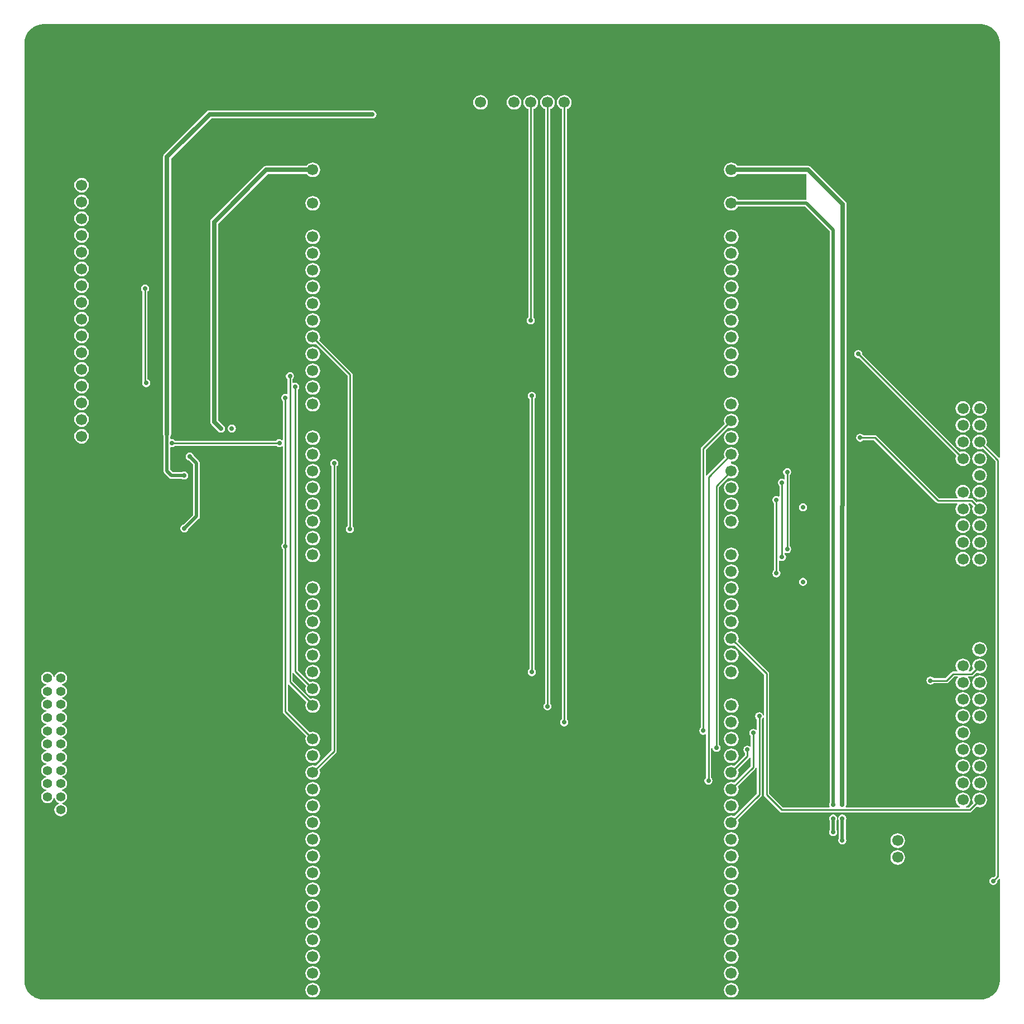
<source format=gtl>
G04*
G04 #@! TF.GenerationSoftware,Altium Limited,Altium Designer,18.1.11 (251)*
G04*
G04 Layer_Physical_Order=1*
G04 Layer_Color=255*
%FSLAX25Y25*%
%MOIN*%
G70*
G01*
G75*
%ADD17C,0.00984*%
%ADD18C,0.01968*%
%ADD19C,0.02756*%
%ADD20C,0.05512*%
%ADD21C,0.06693*%
%ADD22C,0.23622*%
%ADD23C,0.02756*%
G36*
X15748Y586614D02*
X574803Y586614D01*
X574803Y586614D01*
X574803Y586614D01*
X575577Y586614D01*
X577112Y586412D01*
X578608Y586011D01*
X580038Y585419D01*
X581379Y584645D01*
X582607Y583702D01*
X583702Y582607D01*
X584645Y581379D01*
X585419Y580038D01*
X586011Y578608D01*
X586412Y577112D01*
X586614Y575577D01*
X586614Y574803D01*
X586614Y327848D01*
X586114Y327640D01*
X578514Y335241D01*
X578792Y335911D01*
X578941Y337046D01*
X578792Y338181D01*
X578354Y339238D01*
X577657Y340146D01*
X576749Y340843D01*
X575692Y341281D01*
X574557Y341430D01*
X573422Y341281D01*
X572365Y340843D01*
X571457Y340146D01*
X570760Y339238D01*
X570322Y338181D01*
X570173Y337046D01*
X570322Y335911D01*
X570760Y334854D01*
X571457Y333946D01*
X572365Y333249D01*
X573422Y332811D01*
X574557Y332662D01*
X575692Y332811D01*
X576362Y333089D01*
X583912Y325540D01*
X583912Y78189D01*
X582905Y77182D01*
X582677Y77228D01*
X581749Y77043D01*
X580963Y76518D01*
X580437Y75731D01*
X580253Y74803D01*
X580437Y73875D01*
X580963Y73089D01*
X581749Y72563D01*
X582677Y72379D01*
X583605Y72563D01*
X584392Y73089D01*
X584917Y73875D01*
X585102Y74803D01*
X585056Y75031D01*
X586114Y76089D01*
X586614Y75881D01*
Y15748D01*
X586614Y15748D01*
Y14974D01*
X586412Y13439D01*
X586011Y11943D01*
X585419Y10513D01*
X584645Y9172D01*
X583702Y7944D01*
X582607Y6849D01*
X581379Y5906D01*
X580038Y5132D01*
X578608Y4540D01*
X577112Y4139D01*
X575577Y3937D01*
X15748D01*
X14974Y3937D01*
X13439Y4139D01*
X11943Y4540D01*
X10513Y5132D01*
X9172Y5906D01*
X7944Y6849D01*
X6849Y7944D01*
X5906Y9172D01*
X5132Y10513D01*
X4540Y11943D01*
X4139Y13439D01*
X3937Y14974D01*
X3937Y15748D01*
Y574803D01*
X3937Y575577D01*
X4139Y577112D01*
X4540Y578608D01*
X5132Y580038D01*
X5906Y581379D01*
X6849Y582608D01*
X7944Y583702D01*
X9172Y584645D01*
X10513Y585419D01*
X11943Y586011D01*
X13439Y586412D01*
X14974Y586614D01*
X15748Y586614D01*
D02*
G37*
%LPC*%
G36*
X296420Y544343D02*
X295285Y544193D01*
X294228Y543755D01*
X293320Y543059D01*
X292623Y542151D01*
X292185Y541093D01*
X292036Y539959D01*
X292185Y538824D01*
X292623Y537767D01*
X293320Y536859D01*
X294228Y536162D01*
X295285Y535724D01*
X296420Y535575D01*
X297554Y535724D01*
X298612Y536162D01*
X299520Y536859D01*
X300216Y537767D01*
X300654Y538824D01*
X300804Y539959D01*
X300654Y541093D01*
X300216Y542151D01*
X299520Y543059D01*
X298612Y543755D01*
X297554Y544193D01*
X296420Y544343D01*
D02*
G37*
G36*
X276420D02*
X275285Y544193D01*
X274228Y543755D01*
X273320Y543059D01*
X272623Y542151D01*
X272185Y541093D01*
X272036Y539959D01*
X272185Y538824D01*
X272623Y537767D01*
X273320Y536859D01*
X274228Y536162D01*
X275285Y535724D01*
X276420Y535575D01*
X277554Y535724D01*
X278612Y536162D01*
X279520Y536859D01*
X280216Y537767D01*
X280654Y538824D01*
X280804Y539959D01*
X280654Y541093D01*
X280216Y542151D01*
X279520Y543059D01*
X278612Y543755D01*
X277554Y544193D01*
X276420Y544343D01*
D02*
G37*
G36*
X176183Y503991D02*
X175049Y503841D01*
X173991Y503403D01*
X173083Y502707D01*
X172565Y502031D01*
X148426D01*
X147498Y501847D01*
X146711Y501321D01*
X115608Y470218D01*
X115083Y469432D01*
X114898Y468504D01*
Y428759D01*
Y349134D01*
X115083Y348206D01*
X115608Y347419D01*
X119684Y343344D01*
X120471Y342818D01*
X121398Y342634D01*
X122326Y342818D01*
X123113Y343344D01*
X123638Y344130D01*
X123823Y345058D01*
X123638Y345986D01*
X123113Y346773D01*
X119747Y350138D01*
Y428759D01*
Y467500D01*
X149430Y497182D01*
X172565D01*
X173083Y496507D01*
X173991Y495810D01*
X175049Y495372D01*
X176183Y495223D01*
X177318Y495372D01*
X178375Y495810D01*
X179283Y496507D01*
X179980Y497415D01*
X180418Y498472D01*
X180567Y499607D01*
X180418Y500741D01*
X179980Y501799D01*
X179283Y502707D01*
X178375Y503403D01*
X177318Y503841D01*
X176183Y503991D01*
D02*
G37*
G36*
X38067Y494797D02*
X36932Y494647D01*
X35875Y494209D01*
X34967Y493512D01*
X34270Y492604D01*
X33832Y491547D01*
X33683Y490413D01*
X33832Y489278D01*
X34270Y488221D01*
X34967Y487313D01*
X35875Y486616D01*
X36932Y486178D01*
X38067Y486029D01*
X39201Y486178D01*
X40259Y486616D01*
X41167Y487313D01*
X41863Y488221D01*
X42301Y489278D01*
X42451Y490413D01*
X42301Y491547D01*
X41863Y492604D01*
X41167Y493512D01*
X40259Y494209D01*
X39201Y494647D01*
X38067Y494797D01*
D02*
G37*
G36*
X426183Y503991D02*
X425049Y503841D01*
X423991Y503403D01*
X423083Y502707D01*
X422387Y501799D01*
X421949Y500741D01*
X421800Y499607D01*
X421949Y498472D01*
X422387Y497415D01*
X423083Y496507D01*
X423991Y495810D01*
X425049Y495372D01*
X426183Y495223D01*
X427318Y495372D01*
X428375Y495810D01*
X429283Y496507D01*
X429802Y497182D01*
X471043D01*
X471181Y497044D01*
Y481630D01*
X430050D01*
X429980Y481799D01*
X429283Y482707D01*
X428375Y483403D01*
X427318Y483841D01*
X426183Y483991D01*
X425049Y483841D01*
X423991Y483403D01*
X423083Y482707D01*
X422387Y481799D01*
X421949Y480741D01*
X421800Y479607D01*
X421949Y478472D01*
X422387Y477415D01*
X423083Y476507D01*
X423991Y475810D01*
X425049Y475372D01*
X426183Y475223D01*
X427318Y475372D01*
X428375Y475810D01*
X429283Y476507D01*
X429980Y477415D01*
X430050Y477584D01*
X470343D01*
X485063Y462864D01*
Y121725D01*
X484846Y121400D01*
X484661Y120472D01*
X484846Y119545D01*
X485073Y119204D01*
X484837Y118763D01*
X457010D01*
X448765Y127008D01*
Y198546D01*
X448765Y198546D01*
X448650Y199128D01*
X448320Y199622D01*
X448320Y199622D01*
X430140Y217801D01*
X430418Y218472D01*
X430567Y219607D01*
X430418Y220741D01*
X429980Y221799D01*
X429283Y222707D01*
X428375Y223403D01*
X427318Y223841D01*
X426183Y223991D01*
X425049Y223841D01*
X423991Y223403D01*
X423083Y222707D01*
X422387Y221799D01*
X421949Y220741D01*
X421800Y219607D01*
X421949Y218472D01*
X422387Y217415D01*
X423083Y216507D01*
X423991Y215810D01*
X425049Y215372D01*
X426183Y215223D01*
X427318Y215372D01*
X427989Y215650D01*
X445723Y197916D01*
Y173875D01*
X445223Y173826D01*
X445153Y174175D01*
X444628Y174961D01*
X443841Y175487D01*
X442913Y175671D01*
X441986Y175487D01*
X441199Y174961D01*
X440673Y174175D01*
X440489Y173247D01*
X440673Y172319D01*
X441199Y171532D01*
X441392Y171404D01*
Y165332D01*
X440892Y165090D01*
X440298Y165487D01*
X439370Y165671D01*
X438442Y165487D01*
X437656Y164961D01*
X437130Y164175D01*
X436945Y163247D01*
X437130Y162319D01*
X437656Y161532D01*
X437849Y161404D01*
Y155333D01*
X437349Y155090D01*
X436755Y155487D01*
X435827Y155671D01*
X434899Y155487D01*
X434112Y154961D01*
X433587Y154175D01*
X433402Y153247D01*
X433587Y152319D01*
X434112Y151532D01*
X434305Y151403D01*
Y149880D01*
X427989Y143563D01*
X427318Y143841D01*
X426183Y143991D01*
X425049Y143841D01*
X423991Y143403D01*
X423083Y142707D01*
X422387Y141799D01*
X421949Y140741D01*
X421800Y139607D01*
X421949Y138472D01*
X422387Y137415D01*
X423083Y136507D01*
X423991Y135810D01*
X425049Y135372D01*
X426183Y135223D01*
X427318Y135372D01*
X428375Y135810D01*
X429283Y136507D01*
X429980Y137415D01*
X430418Y138472D01*
X430567Y139607D01*
X430418Y140741D01*
X430140Y141412D01*
X436903Y148174D01*
X436903Y148174D01*
X437232Y148668D01*
X437348Y149250D01*
X437348Y149250D01*
Y150848D01*
X437349Y150849D01*
X437849Y150572D01*
Y143423D01*
X427989Y133563D01*
X427318Y133841D01*
X426183Y133991D01*
X425049Y133841D01*
X423991Y133403D01*
X423083Y132707D01*
X422387Y131799D01*
X421949Y130741D01*
X421800Y129607D01*
X421949Y128472D01*
X422387Y127415D01*
X423083Y126507D01*
X423991Y125810D01*
X425049Y125372D01*
X426183Y125223D01*
X427318Y125372D01*
X428375Y125810D01*
X429283Y126507D01*
X429980Y127415D01*
X430418Y128472D01*
X430567Y129607D01*
X430418Y130741D01*
X430140Y131412D01*
X440446Y141718D01*
X440446Y141718D01*
X440776Y142211D01*
X440891Y142793D01*
Y160848D01*
X440892Y160849D01*
X441392Y160572D01*
Y126967D01*
X427989Y113564D01*
X427318Y113841D01*
X426183Y113991D01*
X425049Y113841D01*
X423991Y113403D01*
X423083Y112707D01*
X422387Y111799D01*
X421949Y110741D01*
X421800Y109607D01*
X421949Y108472D01*
X422387Y107415D01*
X423083Y106507D01*
X423991Y105810D01*
X425049Y105372D01*
X426183Y105223D01*
X427318Y105372D01*
X428375Y105810D01*
X429283Y106507D01*
X429980Y107415D01*
X430418Y108472D01*
X430567Y109607D01*
X430418Y110741D01*
X430140Y111412D01*
X443989Y125261D01*
X444319Y125754D01*
X444435Y126337D01*
Y171404D01*
X444628Y171532D01*
X445153Y172319D01*
X445223Y172668D01*
X445723Y172619D01*
Y126378D01*
X445839Y125796D01*
X446168Y125302D01*
X455304Y116166D01*
X455798Y115836D01*
X456380Y115721D01*
X568552D01*
X569134Y115836D01*
X569628Y116166D01*
X572752Y119290D01*
X573422Y119012D01*
X574557Y118863D01*
X575692Y119012D01*
X576749Y119450D01*
X577657Y120147D01*
X578354Y121055D01*
X578792Y122112D01*
X578941Y123247D01*
X578792Y124381D01*
X578354Y125439D01*
X577657Y126347D01*
X576749Y127043D01*
X575692Y127481D01*
X574557Y127631D01*
X573422Y127481D01*
X572365Y127043D01*
X571457Y126347D01*
X570760Y125439D01*
X570322Y124381D01*
X570173Y123247D01*
X570322Y122112D01*
X570600Y121442D01*
X567922Y118763D01*
X566397D01*
X566297Y119263D01*
X566749Y119450D01*
X567657Y120147D01*
X568354Y121055D01*
X568791Y122112D01*
X568941Y123247D01*
X568791Y124381D01*
X568354Y125439D01*
X567657Y126347D01*
X566749Y127043D01*
X565692Y127481D01*
X564557Y127631D01*
X563422Y127481D01*
X562365Y127043D01*
X561457Y126347D01*
X560760Y125439D01*
X560322Y124381D01*
X560173Y123247D01*
X560322Y122112D01*
X560760Y121055D01*
X561457Y120147D01*
X562365Y119450D01*
X562816Y119263D01*
X562717Y118763D01*
X494768D01*
X494532Y119204D01*
X494760Y119545D01*
X494944Y120472D01*
Y277080D01*
X494902Y277292D01*
X495120Y320360D01*
X495118Y320366D01*
X495120Y320372D01*
Y478959D01*
X494935Y479886D01*
X494410Y480673D01*
X473761Y501321D01*
X472975Y501847D01*
X472047Y502031D01*
X429802D01*
X429283Y502707D01*
X428375Y503403D01*
X427318Y503841D01*
X426183Y503991D01*
D02*
G37*
G36*
X38067Y484796D02*
X36932Y484647D01*
X35875Y484209D01*
X34967Y483512D01*
X34270Y482605D01*
X33832Y481547D01*
X33683Y480412D01*
X33832Y479278D01*
X34270Y478221D01*
X34967Y477313D01*
X35875Y476616D01*
X36932Y476178D01*
X38067Y476029D01*
X39201Y476178D01*
X40259Y476616D01*
X41167Y477313D01*
X41863Y478221D01*
X42301Y479278D01*
X42451Y480412D01*
X42301Y481547D01*
X41863Y482605D01*
X41167Y483512D01*
X40259Y484209D01*
X39201Y484647D01*
X38067Y484796D01*
D02*
G37*
G36*
X176183Y483991D02*
X175049Y483841D01*
X173991Y483403D01*
X173083Y482707D01*
X172387Y481799D01*
X171949Y480741D01*
X171800Y479607D01*
X171949Y478472D01*
X172387Y477415D01*
X173083Y476507D01*
X173991Y475810D01*
X175049Y475372D01*
X176183Y475223D01*
X177318Y475372D01*
X178375Y475810D01*
X179283Y476507D01*
X179980Y477415D01*
X180418Y478472D01*
X180567Y479607D01*
X180418Y480741D01*
X179980Y481799D01*
X179283Y482707D01*
X178375Y483403D01*
X177318Y483841D01*
X176183Y483991D01*
D02*
G37*
G36*
X38067Y474796D02*
X36932Y474647D01*
X35875Y474209D01*
X34967Y473513D01*
X34270Y472605D01*
X33832Y471547D01*
X33683Y470412D01*
X33832Y469278D01*
X34270Y468221D01*
X34967Y467313D01*
X35875Y466616D01*
X36932Y466178D01*
X38067Y466029D01*
X39201Y466178D01*
X40259Y466616D01*
X41167Y467313D01*
X41863Y468221D01*
X42301Y469278D01*
X42451Y470412D01*
X42301Y471547D01*
X41863Y472605D01*
X41167Y473513D01*
X40259Y474209D01*
X39201Y474647D01*
X38067Y474796D01*
D02*
G37*
G36*
Y464796D02*
X36932Y464647D01*
X35875Y464209D01*
X34967Y463513D01*
X34270Y462605D01*
X33832Y461547D01*
X33683Y460413D01*
X33832Y459278D01*
X34270Y458221D01*
X34967Y457313D01*
X35875Y456616D01*
X36932Y456178D01*
X38067Y456029D01*
X39201Y456178D01*
X40259Y456616D01*
X41167Y457313D01*
X41863Y458221D01*
X42301Y459278D01*
X42451Y460413D01*
X42301Y461547D01*
X41863Y462605D01*
X41167Y463513D01*
X40259Y464209D01*
X39201Y464647D01*
X38067Y464796D01*
D02*
G37*
G36*
X426183Y463991D02*
X425049Y463841D01*
X423991Y463403D01*
X423083Y462707D01*
X422387Y461799D01*
X421949Y460741D01*
X421800Y459607D01*
X421949Y458472D01*
X422387Y457415D01*
X423083Y456507D01*
X423991Y455810D01*
X425049Y455372D01*
X426183Y455223D01*
X427318Y455372D01*
X428375Y455810D01*
X429283Y456507D01*
X429980Y457415D01*
X430418Y458472D01*
X430567Y459607D01*
X430418Y460741D01*
X429980Y461799D01*
X429283Y462707D01*
X428375Y463403D01*
X427318Y463841D01*
X426183Y463991D01*
D02*
G37*
G36*
X176183D02*
X175049Y463841D01*
X173991Y463403D01*
X173083Y462707D01*
X172387Y461799D01*
X171949Y460741D01*
X171800Y459607D01*
X171949Y458472D01*
X172387Y457415D01*
X173083Y456507D01*
X173991Y455810D01*
X175049Y455372D01*
X176183Y455223D01*
X177318Y455372D01*
X178375Y455810D01*
X179283Y456507D01*
X179980Y457415D01*
X180418Y458472D01*
X180567Y459607D01*
X180418Y460741D01*
X179980Y461799D01*
X179283Y462707D01*
X178375Y463403D01*
X177318Y463841D01*
X176183Y463991D01*
D02*
G37*
G36*
X38067Y454797D02*
X36932Y454647D01*
X35875Y454209D01*
X34967Y453512D01*
X34270Y452604D01*
X33832Y451547D01*
X33683Y450413D01*
X33832Y449278D01*
X34270Y448221D01*
X34967Y447313D01*
X35875Y446616D01*
X36932Y446178D01*
X38067Y446029D01*
X39201Y446178D01*
X40259Y446616D01*
X41167Y447313D01*
X41863Y448221D01*
X42301Y449278D01*
X42451Y450413D01*
X42301Y451547D01*
X41863Y452604D01*
X41167Y453512D01*
X40259Y454209D01*
X39201Y454647D01*
X38067Y454797D01*
D02*
G37*
G36*
X426183Y453991D02*
X425049Y453841D01*
X423991Y453403D01*
X423083Y452707D01*
X422387Y451799D01*
X421949Y450741D01*
X421800Y449607D01*
X421949Y448472D01*
X422387Y447415D01*
X423083Y446507D01*
X423991Y445810D01*
X425049Y445372D01*
X426183Y445223D01*
X427318Y445372D01*
X428375Y445810D01*
X429283Y446507D01*
X429980Y447415D01*
X430418Y448472D01*
X430567Y449607D01*
X430418Y450741D01*
X429980Y451799D01*
X429283Y452707D01*
X428375Y453403D01*
X427318Y453841D01*
X426183Y453991D01*
D02*
G37*
G36*
X176183D02*
X175049Y453841D01*
X173991Y453403D01*
X173083Y452707D01*
X172387Y451799D01*
X171949Y450741D01*
X171800Y449607D01*
X171949Y448472D01*
X172387Y447415D01*
X173083Y446507D01*
X173991Y445810D01*
X175049Y445372D01*
X176183Y445223D01*
X177318Y445372D01*
X178375Y445810D01*
X179283Y446507D01*
X179980Y447415D01*
X180418Y448472D01*
X180567Y449607D01*
X180418Y450741D01*
X179980Y451799D01*
X179283Y452707D01*
X178375Y453403D01*
X177318Y453841D01*
X176183Y453991D01*
D02*
G37*
G36*
X38067Y444797D02*
X36932Y444647D01*
X35875Y444209D01*
X34967Y443512D01*
X34270Y442604D01*
X33832Y441547D01*
X33683Y440413D01*
X33832Y439278D01*
X34270Y438221D01*
X34967Y437313D01*
X35875Y436616D01*
X36932Y436178D01*
X38067Y436029D01*
X39201Y436178D01*
X40259Y436616D01*
X41167Y437313D01*
X41863Y438221D01*
X42301Y439278D01*
X42451Y440413D01*
X42301Y441547D01*
X41863Y442604D01*
X41167Y443512D01*
X40259Y444209D01*
X39201Y444647D01*
X38067Y444797D01*
D02*
G37*
G36*
X426183Y443991D02*
X425049Y443841D01*
X423991Y443403D01*
X423083Y442707D01*
X422387Y441799D01*
X421949Y440741D01*
X421800Y439607D01*
X421949Y438472D01*
X422387Y437415D01*
X423083Y436507D01*
X423991Y435810D01*
X425049Y435372D01*
X426183Y435223D01*
X427318Y435372D01*
X428375Y435810D01*
X429283Y436507D01*
X429980Y437415D01*
X430418Y438472D01*
X430567Y439607D01*
X430418Y440741D01*
X429980Y441799D01*
X429283Y442707D01*
X428375Y443403D01*
X427318Y443841D01*
X426183Y443991D01*
D02*
G37*
G36*
X176183D02*
X175049Y443841D01*
X173991Y443403D01*
X173083Y442707D01*
X172387Y441799D01*
X171949Y440741D01*
X171800Y439607D01*
X171949Y438472D01*
X172387Y437415D01*
X173083Y436507D01*
X173991Y435810D01*
X175049Y435372D01*
X176183Y435223D01*
X177318Y435372D01*
X178375Y435810D01*
X179283Y436507D01*
X179980Y437415D01*
X180418Y438472D01*
X180567Y439607D01*
X180418Y440741D01*
X179980Y441799D01*
X179283Y442707D01*
X178375Y443403D01*
X177318Y443841D01*
X176183Y443991D01*
D02*
G37*
G36*
X38067Y434796D02*
X36932Y434647D01*
X35875Y434209D01*
X34967Y433512D01*
X34270Y432605D01*
X33832Y431547D01*
X33683Y430412D01*
X33832Y429278D01*
X34270Y428221D01*
X34967Y427313D01*
X35875Y426616D01*
X36932Y426178D01*
X38067Y426029D01*
X39201Y426178D01*
X40259Y426616D01*
X41167Y427313D01*
X41863Y428221D01*
X42301Y429278D01*
X42451Y430412D01*
X42301Y431547D01*
X41863Y432605D01*
X41167Y433512D01*
X40259Y434209D01*
X39201Y434647D01*
X38067Y434796D01*
D02*
G37*
G36*
X426183Y433991D02*
X425049Y433841D01*
X423991Y433403D01*
X423083Y432707D01*
X422387Y431799D01*
X421949Y430741D01*
X421800Y429607D01*
X421949Y428472D01*
X422387Y427415D01*
X423083Y426507D01*
X423991Y425810D01*
X425049Y425372D01*
X426183Y425223D01*
X427318Y425372D01*
X428375Y425810D01*
X429283Y426507D01*
X429980Y427415D01*
X430418Y428472D01*
X430567Y429607D01*
X430418Y430741D01*
X429980Y431799D01*
X429283Y432707D01*
X428375Y433403D01*
X427318Y433841D01*
X426183Y433991D01*
D02*
G37*
G36*
X176183D02*
X175049Y433841D01*
X173991Y433403D01*
X173083Y432707D01*
X172387Y431799D01*
X171949Y430741D01*
X171800Y429607D01*
X171949Y428472D01*
X172387Y427415D01*
X173083Y426507D01*
X173991Y425810D01*
X175049Y425372D01*
X176183Y425223D01*
X177318Y425372D01*
X178375Y425810D01*
X179283Y426507D01*
X179980Y427415D01*
X180418Y428472D01*
X180567Y429607D01*
X180418Y430741D01*
X179980Y431799D01*
X179283Y432707D01*
X178375Y433403D01*
X177318Y433841D01*
X176183Y433991D01*
D02*
G37*
G36*
X38067Y424796D02*
X36932Y424647D01*
X35875Y424209D01*
X34967Y423513D01*
X34270Y422605D01*
X33832Y421547D01*
X33683Y420412D01*
X33832Y419278D01*
X34270Y418221D01*
X34967Y417313D01*
X35875Y416616D01*
X36932Y416178D01*
X38067Y416029D01*
X39201Y416178D01*
X40259Y416616D01*
X41167Y417313D01*
X41863Y418221D01*
X42301Y419278D01*
X42451Y420412D01*
X42301Y421547D01*
X41863Y422605D01*
X41167Y423513D01*
X40259Y424209D01*
X39201Y424647D01*
X38067Y424796D01*
D02*
G37*
G36*
X426183Y423991D02*
X425049Y423841D01*
X423991Y423403D01*
X423083Y422707D01*
X422387Y421799D01*
X421949Y420741D01*
X421800Y419607D01*
X421949Y418472D01*
X422387Y417415D01*
X423083Y416507D01*
X423991Y415810D01*
X425049Y415372D01*
X426183Y415223D01*
X427318Y415372D01*
X428375Y415810D01*
X429283Y416507D01*
X429980Y417415D01*
X430418Y418472D01*
X430567Y419607D01*
X430418Y420741D01*
X429980Y421799D01*
X429283Y422707D01*
X428375Y423403D01*
X427318Y423841D01*
X426183Y423991D01*
D02*
G37*
G36*
X176183D02*
X175049Y423841D01*
X173991Y423403D01*
X173083Y422707D01*
X172387Y421799D01*
X171949Y420741D01*
X171800Y419607D01*
X171949Y418472D01*
X172387Y417415D01*
X173083Y416507D01*
X173991Y415810D01*
X175049Y415372D01*
X176183Y415223D01*
X177318Y415372D01*
X178375Y415810D01*
X179283Y416507D01*
X179980Y417415D01*
X180418Y418472D01*
X180567Y419607D01*
X180418Y420741D01*
X179980Y421799D01*
X179283Y422707D01*
X178375Y423403D01*
X177318Y423841D01*
X176183Y423991D01*
D02*
G37*
G36*
X306420Y544343D02*
X305285Y544193D01*
X304228Y543755D01*
X303320Y543059D01*
X302623Y542151D01*
X302185Y541093D01*
X302036Y539959D01*
X302185Y538824D01*
X302623Y537767D01*
X303320Y536859D01*
X304228Y536162D01*
X304898Y535884D01*
X304898Y411571D01*
X304705Y411442D01*
X304180Y410655D01*
X303995Y409727D01*
X304180Y408799D01*
X304705Y408013D01*
X305492Y407487D01*
X306420Y407303D01*
X307347Y407487D01*
X308134Y408013D01*
X308660Y408799D01*
X308844Y409727D01*
X308660Y410655D01*
X308134Y411442D01*
X307941Y411571D01*
X307941Y535884D01*
X308612Y536162D01*
X309520Y536859D01*
X310216Y537767D01*
X310654Y538824D01*
X310804Y539959D01*
X310654Y541093D01*
X310216Y542151D01*
X309520Y543059D01*
X308612Y543755D01*
X307554Y544193D01*
X306420Y544343D01*
D02*
G37*
G36*
X38067Y414796D02*
X36932Y414647D01*
X35875Y414209D01*
X34967Y413513D01*
X34270Y412605D01*
X33832Y411547D01*
X33683Y410413D01*
X33832Y409278D01*
X34270Y408221D01*
X34967Y407313D01*
X35875Y406616D01*
X36932Y406178D01*
X38067Y406029D01*
X39201Y406178D01*
X40259Y406616D01*
X41167Y407313D01*
X41863Y408221D01*
X42301Y409278D01*
X42451Y410413D01*
X42301Y411547D01*
X41863Y412605D01*
X41167Y413513D01*
X40259Y414209D01*
X39201Y414647D01*
X38067Y414796D01*
D02*
G37*
G36*
X426183Y413991D02*
X425049Y413841D01*
X423991Y413403D01*
X423083Y412707D01*
X422387Y411799D01*
X421949Y410741D01*
X421800Y409607D01*
X421949Y408472D01*
X422387Y407415D01*
X423083Y406507D01*
X423991Y405810D01*
X425049Y405372D01*
X426183Y405223D01*
X427318Y405372D01*
X428375Y405810D01*
X429283Y406507D01*
X429980Y407415D01*
X430418Y408472D01*
X430567Y409607D01*
X430418Y410741D01*
X429980Y411799D01*
X429283Y412707D01*
X428375Y413403D01*
X427318Y413841D01*
X426183Y413991D01*
D02*
G37*
G36*
X176183D02*
X175049Y413841D01*
X173991Y413403D01*
X173083Y412707D01*
X172387Y411799D01*
X171949Y410741D01*
X171800Y409607D01*
X171949Y408472D01*
X172387Y407415D01*
X173083Y406507D01*
X173991Y405810D01*
X175049Y405372D01*
X176183Y405223D01*
X177318Y405372D01*
X178375Y405810D01*
X179283Y406507D01*
X179980Y407415D01*
X180418Y408472D01*
X180567Y409607D01*
X180418Y410741D01*
X179980Y411799D01*
X179283Y412707D01*
X178375Y413403D01*
X177318Y413841D01*
X176183Y413991D01*
D02*
G37*
G36*
X38067Y404797D02*
X36932Y404647D01*
X35875Y404209D01*
X34967Y403512D01*
X34270Y402604D01*
X33832Y401547D01*
X33683Y400413D01*
X33832Y399278D01*
X34270Y398221D01*
X34967Y397313D01*
X35875Y396616D01*
X36932Y396178D01*
X38067Y396029D01*
X39201Y396178D01*
X40259Y396616D01*
X41167Y397313D01*
X41863Y398221D01*
X42301Y399278D01*
X42451Y400413D01*
X42301Y401547D01*
X41863Y402604D01*
X41167Y403512D01*
X40259Y404209D01*
X39201Y404647D01*
X38067Y404797D01*
D02*
G37*
G36*
X426183Y403991D02*
X425049Y403841D01*
X423991Y403403D01*
X423083Y402707D01*
X422387Y401799D01*
X421949Y400741D01*
X421800Y399607D01*
X421949Y398472D01*
X422387Y397415D01*
X423083Y396507D01*
X423991Y395810D01*
X425049Y395372D01*
X426183Y395223D01*
X427318Y395372D01*
X428375Y395810D01*
X429283Y396507D01*
X429980Y397415D01*
X430418Y398472D01*
X430567Y399607D01*
X430418Y400741D01*
X429980Y401799D01*
X429283Y402707D01*
X428375Y403403D01*
X427318Y403841D01*
X426183Y403991D01*
D02*
G37*
G36*
X38067Y394796D02*
X36932Y394647D01*
X35875Y394209D01*
X34967Y393513D01*
X34270Y392604D01*
X33832Y391547D01*
X33683Y390412D01*
X33832Y389278D01*
X34270Y388221D01*
X34967Y387313D01*
X35875Y386616D01*
X36932Y386178D01*
X38067Y386029D01*
X39201Y386178D01*
X40259Y386616D01*
X41167Y387313D01*
X41863Y388221D01*
X42301Y389278D01*
X42451Y390412D01*
X42301Y391547D01*
X41863Y392604D01*
X41167Y393513D01*
X40259Y394209D01*
X39201Y394647D01*
X38067Y394796D01*
D02*
G37*
G36*
X426183Y393991D02*
X425049Y393841D01*
X423991Y393403D01*
X423083Y392707D01*
X422387Y391799D01*
X421949Y390741D01*
X421800Y389607D01*
X421949Y388472D01*
X422387Y387415D01*
X423083Y386507D01*
X423991Y385810D01*
X425049Y385372D01*
X426183Y385223D01*
X427318Y385372D01*
X428375Y385810D01*
X429283Y386507D01*
X429980Y387415D01*
X430418Y388472D01*
X430567Y389607D01*
X430418Y390741D01*
X429980Y391799D01*
X429283Y392707D01*
X428375Y393403D01*
X427318Y393841D01*
X426183Y393991D01*
D02*
G37*
G36*
X176183D02*
X175049Y393841D01*
X173991Y393403D01*
X173083Y392707D01*
X172387Y391799D01*
X171949Y390741D01*
X171800Y389607D01*
X171949Y388472D01*
X172387Y387415D01*
X173083Y386507D01*
X173991Y385810D01*
X175049Y385372D01*
X176183Y385223D01*
X177318Y385372D01*
X178375Y385810D01*
X179283Y386507D01*
X179980Y387415D01*
X180418Y388472D01*
X180567Y389607D01*
X180418Y390741D01*
X179980Y391799D01*
X179283Y392707D01*
X178375Y393403D01*
X177318Y393841D01*
X176183Y393991D01*
D02*
G37*
G36*
X38067Y384797D02*
X36932Y384647D01*
X35875Y384209D01*
X34967Y383512D01*
X34270Y382605D01*
X33832Y381547D01*
X33683Y380413D01*
X33832Y379278D01*
X34270Y378221D01*
X34967Y377313D01*
X35875Y376616D01*
X36932Y376178D01*
X38067Y376029D01*
X39201Y376178D01*
X40259Y376616D01*
X41167Y377313D01*
X41863Y378221D01*
X42301Y379278D01*
X42451Y380413D01*
X42301Y381547D01*
X41863Y382605D01*
X41167Y383512D01*
X40259Y384209D01*
X39201Y384647D01*
X38067Y384797D01*
D02*
G37*
G36*
X426183Y383991D02*
X425049Y383841D01*
X423991Y383403D01*
X423083Y382707D01*
X422387Y381799D01*
X421949Y380741D01*
X421800Y379607D01*
X421949Y378472D01*
X422387Y377415D01*
X423083Y376507D01*
X423991Y375810D01*
X425049Y375372D01*
X426183Y375223D01*
X427318Y375372D01*
X428375Y375810D01*
X429283Y376507D01*
X429980Y377415D01*
X430418Y378472D01*
X430567Y379607D01*
X430418Y380741D01*
X429980Y381799D01*
X429283Y382707D01*
X428375Y383403D01*
X427318Y383841D01*
X426183Y383991D01*
D02*
G37*
G36*
X176183D02*
X175049Y383841D01*
X173991Y383403D01*
X173083Y382707D01*
X172387Y381799D01*
X171949Y380741D01*
X171800Y379607D01*
X171949Y378472D01*
X172387Y377415D01*
X173083Y376507D01*
X173991Y375810D01*
X175049Y375372D01*
X176183Y375223D01*
X177318Y375372D01*
X178375Y375810D01*
X179283Y376507D01*
X179980Y377415D01*
X180418Y378472D01*
X180567Y379607D01*
X180418Y380741D01*
X179980Y381799D01*
X179283Y382707D01*
X178375Y383403D01*
X177318Y383841D01*
X176183Y383991D01*
D02*
G37*
G36*
X75984Y431146D02*
X75056Y430962D01*
X74270Y430436D01*
X73744Y429649D01*
X73560Y428722D01*
X73744Y427794D01*
X74270Y427007D01*
X74463Y426878D01*
Y373316D01*
X74392Y373209D01*
X74207Y372282D01*
X74392Y371354D01*
X74917Y370567D01*
X75704Y370042D01*
X76632Y369857D01*
X77559Y370042D01*
X78346Y370567D01*
X78872Y371354D01*
X79056Y372282D01*
X78872Y373209D01*
X78346Y373996D01*
X77559Y374521D01*
X77506Y374532D01*
Y426878D01*
X77699Y427007D01*
X78224Y427794D01*
X78409Y428722D01*
X78224Y429649D01*
X77699Y430436D01*
X76912Y430962D01*
X75984Y431146D01*
D02*
G37*
G36*
X38067Y374797D02*
X36932Y374647D01*
X35875Y374209D01*
X34967Y373513D01*
X34270Y372604D01*
X33832Y371547D01*
X33683Y370412D01*
X33832Y369278D01*
X34270Y368221D01*
X34967Y367313D01*
X35875Y366616D01*
X36932Y366178D01*
X38067Y366029D01*
X39201Y366178D01*
X40259Y366616D01*
X41167Y367313D01*
X41863Y368221D01*
X42301Y369278D01*
X42451Y370412D01*
X42301Y371547D01*
X41863Y372604D01*
X41167Y373513D01*
X40259Y374209D01*
X39201Y374647D01*
X38067Y374797D01*
D02*
G37*
G36*
X176183Y373991D02*
X175049Y373841D01*
X173991Y373403D01*
X173083Y372707D01*
X172387Y371799D01*
X171949Y370741D01*
X171800Y369607D01*
X171949Y368472D01*
X172387Y367415D01*
X173083Y366507D01*
X173991Y365810D01*
X175049Y365372D01*
X176183Y365223D01*
X177318Y365372D01*
X178375Y365810D01*
X179283Y366507D01*
X179980Y367415D01*
X180418Y368472D01*
X180567Y369607D01*
X180418Y370741D01*
X179980Y371799D01*
X179283Y372707D01*
X178375Y373403D01*
X177318Y373841D01*
X176183Y373991D01*
D02*
G37*
G36*
X38067Y364796D02*
X36932Y364647D01*
X35875Y364209D01*
X34967Y363512D01*
X34270Y362604D01*
X33832Y361547D01*
X33683Y360413D01*
X33832Y359278D01*
X34270Y358221D01*
X34967Y357313D01*
X35875Y356616D01*
X36932Y356178D01*
X38067Y356029D01*
X39201Y356178D01*
X40259Y356616D01*
X41167Y357313D01*
X41863Y358221D01*
X42301Y359278D01*
X42451Y360413D01*
X42301Y361547D01*
X41863Y362604D01*
X41167Y363512D01*
X40259Y364209D01*
X39201Y364647D01*
X38067Y364796D01*
D02*
G37*
G36*
X426183Y363991D02*
X425049Y363841D01*
X423991Y363403D01*
X423083Y362707D01*
X422387Y361799D01*
X421949Y360741D01*
X421800Y359607D01*
X421949Y358472D01*
X422387Y357415D01*
X423083Y356507D01*
X423991Y355810D01*
X425049Y355372D01*
X426183Y355223D01*
X427318Y355372D01*
X428375Y355810D01*
X429283Y356507D01*
X429980Y357415D01*
X430418Y358472D01*
X430567Y359607D01*
X430418Y360741D01*
X429980Y361799D01*
X429283Y362707D01*
X428375Y363403D01*
X427318Y363841D01*
X426183Y363991D01*
D02*
G37*
G36*
X176183D02*
X175049Y363841D01*
X173991Y363403D01*
X173083Y362707D01*
X172387Y361799D01*
X171949Y360741D01*
X171800Y359607D01*
X171949Y358472D01*
X172387Y357415D01*
X173083Y356507D01*
X173991Y355810D01*
X175049Y355372D01*
X176183Y355223D01*
X177318Y355372D01*
X178375Y355810D01*
X179283Y356507D01*
X179980Y357415D01*
X180418Y358472D01*
X180567Y359607D01*
X180418Y360741D01*
X179980Y361799D01*
X179283Y362707D01*
X178375Y363403D01*
X177318Y363841D01*
X176183Y363991D01*
D02*
G37*
G36*
X574557Y361430D02*
X573422Y361281D01*
X572365Y360843D01*
X571457Y360146D01*
X570760Y359238D01*
X570322Y358181D01*
X570173Y357046D01*
X570322Y355911D01*
X570760Y354854D01*
X571457Y353946D01*
X572365Y353250D01*
X573422Y352812D01*
X574557Y352662D01*
X575692Y352812D01*
X576749Y353250D01*
X577657Y353946D01*
X578354Y354854D01*
X578792Y355911D01*
X578941Y357046D01*
X578792Y358181D01*
X578354Y359238D01*
X577657Y360146D01*
X576749Y360843D01*
X575692Y361281D01*
X574557Y361430D01*
D02*
G37*
G36*
X564557D02*
X563422Y361281D01*
X562365Y360843D01*
X561457Y360146D01*
X560760Y359238D01*
X560322Y358181D01*
X560173Y357046D01*
X560322Y355911D01*
X560760Y354854D01*
X561457Y353946D01*
X562365Y353250D01*
X563422Y352812D01*
X564557Y352662D01*
X565692Y352812D01*
X566749Y353250D01*
X567657Y353946D01*
X568354Y354854D01*
X568791Y355911D01*
X568941Y357046D01*
X568791Y358181D01*
X568354Y359238D01*
X567657Y360146D01*
X566749Y360843D01*
X565692Y361281D01*
X564557Y361430D01*
D02*
G37*
G36*
X38067Y354797D02*
X36932Y354647D01*
X35875Y354209D01*
X34967Y353513D01*
X34270Y352605D01*
X33832Y351547D01*
X33683Y350413D01*
X33832Y349278D01*
X34270Y348221D01*
X34967Y347313D01*
X35875Y346616D01*
X36932Y346178D01*
X38067Y346029D01*
X39201Y346178D01*
X40259Y346616D01*
X41167Y347313D01*
X41863Y348221D01*
X42301Y349278D01*
X42451Y350413D01*
X42301Y351547D01*
X41863Y352605D01*
X41167Y353513D01*
X40259Y354209D01*
X39201Y354647D01*
X38067Y354797D01*
D02*
G37*
G36*
X426183Y353991D02*
X425049Y353841D01*
X423991Y353403D01*
X423083Y352707D01*
X422387Y351799D01*
X421949Y350741D01*
X421800Y349607D01*
X421949Y348472D01*
X422227Y347801D01*
X408373Y333948D01*
X408043Y333454D01*
X407928Y332872D01*
Y166410D01*
X407734Y166281D01*
X407209Y165495D01*
X407024Y164567D01*
X407209Y163639D01*
X407734Y162853D01*
X408521Y162327D01*
X409449Y162142D01*
X410377Y162327D01*
X410636Y162500D01*
X411077Y162265D01*
Y136489D01*
X410884Y136360D01*
X410358Y135573D01*
X410174Y134646D01*
X410358Y133718D01*
X410884Y132931D01*
X411671Y132406D01*
X412598Y132221D01*
X413526Y132406D01*
X414313Y132931D01*
X414838Y133718D01*
X415023Y134646D01*
X414838Y135573D01*
X414313Y136360D01*
X414120Y136489D01*
Y153937D01*
X414977D01*
X415083Y153403D01*
X415608Y152616D01*
X416395Y152091D01*
X417323Y151906D01*
X418251Y152091D01*
X419037Y152616D01*
X419563Y153403D01*
X419747Y154331D01*
X419563Y155259D01*
X419037Y156045D01*
X418844Y156174D01*
Y310116D01*
X424378Y315650D01*
X425049Y315372D01*
X426183Y315223D01*
X427318Y315372D01*
X428375Y315810D01*
X429283Y316507D01*
X429980Y317415D01*
X430418Y318472D01*
X430567Y319607D01*
X430418Y320741D01*
X429980Y321799D01*
X429283Y322707D01*
X428375Y323403D01*
X427318Y323841D01*
X426183Y323991D01*
Y325223D01*
X427318Y325372D01*
X428375Y325810D01*
X429283Y326507D01*
X429980Y327415D01*
X430418Y328472D01*
X430567Y329607D01*
X430418Y330741D01*
X429980Y331799D01*
X429283Y332707D01*
X428375Y333403D01*
X427318Y333841D01*
X426183Y333991D01*
X425049Y333841D01*
X423991Y333403D01*
X423083Y332707D01*
X422387Y331799D01*
X421949Y330741D01*
X421800Y329607D01*
X421949Y328472D01*
X422227Y327801D01*
X411523Y317097D01*
X411470Y317019D01*
X410970Y317171D01*
Y332242D01*
X424378Y345650D01*
X425049Y345372D01*
X426183Y345223D01*
X427318Y345372D01*
X428375Y345810D01*
X429283Y346507D01*
X429980Y347415D01*
X430418Y348472D01*
X430567Y349607D01*
X430418Y350741D01*
X429980Y351799D01*
X429283Y352707D01*
X428375Y353403D01*
X427318Y353841D01*
X426183Y353991D01*
D02*
G37*
G36*
X574557Y351430D02*
X573422Y351281D01*
X572365Y350843D01*
X571457Y350146D01*
X570760Y349238D01*
X570322Y348181D01*
X570173Y347046D01*
X570322Y345912D01*
X570760Y344854D01*
X571457Y343946D01*
X572365Y343250D01*
X573422Y342811D01*
X574557Y342662D01*
X575692Y342811D01*
X576749Y343250D01*
X577657Y343946D01*
X578354Y344854D01*
X578792Y345912D01*
X578941Y347046D01*
X578792Y348181D01*
X578354Y349238D01*
X577657Y350146D01*
X576749Y350843D01*
X575692Y351281D01*
X574557Y351430D01*
D02*
G37*
G36*
X564557D02*
X563422Y351281D01*
X562365Y350843D01*
X561457Y350146D01*
X560760Y349238D01*
X560322Y348181D01*
X560173Y347046D01*
X560322Y345912D01*
X560760Y344854D01*
X561457Y343946D01*
X562365Y343250D01*
X563422Y342811D01*
X564557Y342662D01*
X565692Y342811D01*
X566749Y343250D01*
X567657Y343946D01*
X568354Y344854D01*
X568791Y345912D01*
X568941Y347046D01*
X568791Y348181D01*
X568354Y349238D01*
X567657Y350146D01*
X566749Y350843D01*
X565692Y351281D01*
X564557Y351430D01*
D02*
G37*
G36*
X127823Y347483D02*
X126895Y347298D01*
X126108Y346773D01*
X125583Y345986D01*
X125398Y345058D01*
X125583Y344130D01*
X126108Y343344D01*
X126895Y342818D01*
X127823Y342634D01*
X128751Y342818D01*
X129537Y343344D01*
X130063Y344130D01*
X130247Y345058D01*
X130063Y345986D01*
X129537Y346773D01*
X128751Y347298D01*
X127823Y347483D01*
D02*
G37*
G36*
X38067Y344796D02*
X36932Y344647D01*
X35875Y344209D01*
X34967Y343513D01*
X34270Y342604D01*
X33832Y341547D01*
X33683Y340412D01*
X33832Y339278D01*
X34270Y338221D01*
X34967Y337313D01*
X35875Y336616D01*
X36932Y336178D01*
X38067Y336029D01*
X39201Y336178D01*
X40259Y336616D01*
X41167Y337313D01*
X41863Y338221D01*
X42301Y339278D01*
X42451Y340412D01*
X42301Y341547D01*
X41863Y342604D01*
X41167Y343513D01*
X40259Y344209D01*
X39201Y344647D01*
X38067Y344796D01*
D02*
G37*
G36*
X426183Y343991D02*
X425049Y343841D01*
X423991Y343403D01*
X423083Y342707D01*
X422387Y341799D01*
X421949Y340741D01*
X421800Y339607D01*
X421949Y338472D01*
X422387Y337415D01*
X423083Y336507D01*
X423991Y335810D01*
X425049Y335372D01*
X426183Y335223D01*
X427318Y335372D01*
X428375Y335810D01*
X429283Y336507D01*
X429980Y337415D01*
X430418Y338472D01*
X430567Y339607D01*
X430418Y340741D01*
X429980Y341799D01*
X429283Y342707D01*
X428375Y343403D01*
X427318Y343841D01*
X426183Y343991D01*
D02*
G37*
G36*
X176183D02*
X175049Y343841D01*
X173991Y343403D01*
X173083Y342707D01*
X172387Y341799D01*
X171949Y340741D01*
X171800Y339607D01*
X171949Y338472D01*
X172387Y337415D01*
X173083Y336507D01*
X173991Y335810D01*
X175049Y335372D01*
X176183Y335223D01*
X177318Y335372D01*
X178375Y335810D01*
X179283Y336507D01*
X179980Y337415D01*
X180418Y338472D01*
X180567Y339607D01*
X180418Y340741D01*
X179980Y341799D01*
X179283Y342707D01*
X178375Y343403D01*
X177318Y343841D01*
X176183Y343991D01*
D02*
G37*
G36*
X564557Y341430D02*
X563422Y341281D01*
X562365Y340843D01*
X561457Y340146D01*
X560760Y339238D01*
X560322Y338181D01*
X560173Y337046D01*
X560322Y335911D01*
X560760Y334854D01*
X561457Y333946D01*
X562365Y333249D01*
X563422Y332811D01*
X564557Y332662D01*
X565692Y332811D01*
X566749Y333249D01*
X567657Y333946D01*
X568354Y334854D01*
X568791Y335911D01*
X568941Y337046D01*
X568791Y338181D01*
X568354Y339238D01*
X567657Y340146D01*
X566749Y340843D01*
X565692Y341281D01*
X564557Y341430D01*
D02*
G37*
G36*
X176183Y333991D02*
X175049Y333841D01*
X173991Y333403D01*
X173083Y332707D01*
X172387Y331799D01*
X171949Y330741D01*
X171800Y329607D01*
X171949Y328472D01*
X172387Y327415D01*
X173083Y326507D01*
X173991Y325810D01*
X175049Y325372D01*
X176183Y325223D01*
X177318Y325372D01*
X178375Y325810D01*
X179283Y326507D01*
X179980Y327415D01*
X180418Y328472D01*
X180567Y329607D01*
X180418Y330741D01*
X179980Y331799D01*
X179283Y332707D01*
X178375Y333403D01*
X177318Y333841D01*
X176183Y333991D01*
D02*
G37*
G36*
X574557Y331430D02*
X573422Y331281D01*
X572365Y330843D01*
X571457Y330146D01*
X570760Y329238D01*
X570322Y328181D01*
X570173Y327046D01*
X570322Y325911D01*
X570760Y324854D01*
X571457Y323946D01*
X572365Y323250D01*
X573422Y322812D01*
X574557Y322662D01*
X575692Y322812D01*
X576749Y323250D01*
X577657Y323946D01*
X578354Y324854D01*
X578792Y325911D01*
X578941Y327046D01*
X578792Y328181D01*
X578354Y329238D01*
X577657Y330146D01*
X576749Y330843D01*
X575692Y331281D01*
X574557Y331430D01*
D02*
G37*
G36*
X501982Y392045D02*
X501055Y391861D01*
X500268Y391335D01*
X499742Y390548D01*
X499558Y389621D01*
X499742Y388693D01*
X500268Y387906D01*
X501055Y387381D01*
X501982Y387196D01*
X502210Y387241D01*
X560600Y328851D01*
X560322Y328181D01*
X560173Y327046D01*
X560322Y325911D01*
X560760Y324854D01*
X561457Y323946D01*
X562365Y323250D01*
X563422Y322812D01*
X564557Y322662D01*
X565692Y322812D01*
X566749Y323250D01*
X567657Y323946D01*
X568354Y324854D01*
X568791Y325911D01*
X568941Y327046D01*
X568791Y328181D01*
X568354Y329238D01*
X567657Y330146D01*
X566749Y330843D01*
X565692Y331281D01*
X564557Y331430D01*
X563422Y331281D01*
X562752Y331003D01*
X504362Y389393D01*
X504407Y389621D01*
X504222Y390548D01*
X503697Y391335D01*
X502910Y391861D01*
X501982Y392045D01*
D02*
G37*
G36*
X176183Y323991D02*
X175049Y323841D01*
X173991Y323403D01*
X173083Y322707D01*
X172387Y321799D01*
X171949Y320741D01*
X171800Y319607D01*
X171949Y318472D01*
X172387Y317415D01*
X173083Y316507D01*
X173991Y315810D01*
X175049Y315372D01*
X176183Y315223D01*
X177318Y315372D01*
X178375Y315810D01*
X179283Y316507D01*
X179980Y317415D01*
X180418Y318472D01*
X180567Y319607D01*
X180418Y320741D01*
X179980Y321799D01*
X179283Y322707D01*
X178375Y323403D01*
X177318Y323841D01*
X176183Y323991D01*
D02*
G37*
G36*
X459620Y321517D02*
X458692Y321333D01*
X457906Y320807D01*
X457380Y320020D01*
X457196Y319092D01*
X457380Y318165D01*
X457906Y317378D01*
X458099Y317249D01*
Y315000D01*
X457658Y314764D01*
X457398Y314937D01*
X456470Y315122D01*
X455543Y314937D01*
X454756Y314412D01*
X454230Y313625D01*
X454046Y312697D01*
X454230Y311770D01*
X454756Y310983D01*
X454949Y310854D01*
Y304621D01*
X454449Y304354D01*
X454077Y304602D01*
X453150Y304787D01*
X452222Y304602D01*
X451435Y304077D01*
X450910Y303290D01*
X450725Y302362D01*
X450910Y301434D01*
X451435Y300648D01*
X451628Y300519D01*
Y260404D01*
X451435Y260275D01*
X450910Y259489D01*
X450725Y258561D01*
X450910Y257633D01*
X451435Y256847D01*
X452222Y256321D01*
X453150Y256136D01*
X454077Y256321D01*
X454864Y256847D01*
X455390Y257633D01*
X455574Y258561D01*
X455390Y259489D01*
X454864Y260275D01*
X454671Y260404D01*
Y266046D01*
X455171Y266314D01*
X455543Y266065D01*
X456470Y265880D01*
X457398Y266065D01*
X458185Y266591D01*
X458710Y267377D01*
X458895Y268305D01*
X458710Y269233D01*
X458185Y270020D01*
X457992Y270148D01*
Y270727D01*
X458433Y270963D01*
X458692Y270790D01*
X459620Y270605D01*
X460548Y270790D01*
X461335Y271315D01*
X461860Y272102D01*
X462045Y273029D01*
X461860Y273957D01*
X461335Y274744D01*
X461141Y274873D01*
Y317249D01*
X461335Y317378D01*
X461860Y318165D01*
X462045Y319092D01*
X461860Y320020D01*
X461335Y320807D01*
X460548Y321333D01*
X459620Y321517D01*
D02*
G37*
G36*
X574557Y321430D02*
X573422Y321281D01*
X572365Y320843D01*
X571457Y320146D01*
X570760Y319238D01*
X570322Y318181D01*
X570173Y317046D01*
X570322Y315912D01*
X570760Y314854D01*
X571457Y313946D01*
X572365Y313249D01*
X573422Y312811D01*
X574557Y312662D01*
X575692Y312811D01*
X576749Y313249D01*
X577657Y313946D01*
X578354Y314854D01*
X578792Y315912D01*
X578941Y317046D01*
X578792Y318181D01*
X578354Y319238D01*
X577657Y320146D01*
X576749Y320843D01*
X575692Y321281D01*
X574557Y321430D01*
D02*
G37*
G36*
X426183Y313991D02*
X425049Y313841D01*
X423991Y313403D01*
X423083Y312707D01*
X422387Y311799D01*
X421949Y310741D01*
X421800Y309607D01*
X421949Y308472D01*
X422387Y307415D01*
X423083Y306507D01*
X423991Y305810D01*
X425049Y305372D01*
X426183Y305223D01*
X427318Y305372D01*
X428375Y305810D01*
X429283Y306507D01*
X429980Y307415D01*
X430418Y308472D01*
X430567Y309607D01*
X430418Y310741D01*
X429980Y311799D01*
X429283Y312707D01*
X428375Y313403D01*
X427318Y313841D01*
X426183Y313991D01*
D02*
G37*
G36*
X176183D02*
X175049Y313841D01*
X173991Y313403D01*
X173083Y312707D01*
X172387Y311799D01*
X171949Y310741D01*
X171800Y309607D01*
X171949Y308472D01*
X172387Y307415D01*
X173083Y306507D01*
X173991Y305810D01*
X175049Y305372D01*
X176183Y305223D01*
X177318Y305372D01*
X178375Y305810D01*
X179283Y306507D01*
X179980Y307415D01*
X180418Y308472D01*
X180567Y309607D01*
X180418Y310741D01*
X179980Y311799D01*
X179283Y312707D01*
X178375Y313403D01*
X177318Y313841D01*
X176183Y313991D01*
D02*
G37*
G36*
X574557Y311430D02*
X573422Y311281D01*
X572365Y310843D01*
X571457Y310146D01*
X570760Y309238D01*
X570322Y308181D01*
X570173Y307046D01*
X570322Y305911D01*
X570760Y304854D01*
X571457Y303946D01*
X572365Y303250D01*
X573422Y302812D01*
X574557Y302662D01*
X575692Y302812D01*
X576749Y303250D01*
X577657Y303946D01*
X578354Y304854D01*
X578792Y305911D01*
X578941Y307046D01*
X578792Y308181D01*
X578354Y309238D01*
X577657Y310146D01*
X576749Y310843D01*
X575692Y311281D01*
X574557Y311430D01*
D02*
G37*
G36*
X469066Y300510D02*
X468139Y300325D01*
X467352Y299800D01*
X466826Y299013D01*
X466642Y298085D01*
X466826Y297158D01*
X467352Y296371D01*
X468139Y295845D01*
X469066Y295661D01*
X469994Y295845D01*
X470781Y296371D01*
X471307Y297158D01*
X471491Y298085D01*
X471307Y299013D01*
X470781Y299800D01*
X469994Y300325D01*
X469066Y300510D01*
D02*
G37*
G36*
X426183Y303991D02*
X425049Y303841D01*
X423991Y303403D01*
X423083Y302707D01*
X422387Y301799D01*
X421949Y300741D01*
X421800Y299607D01*
X421949Y298472D01*
X422387Y297415D01*
X423083Y296507D01*
X423991Y295810D01*
X425049Y295372D01*
X426183Y295223D01*
X427318Y295372D01*
X428375Y295810D01*
X429283Y296507D01*
X429980Y297415D01*
X430418Y298472D01*
X430567Y299607D01*
X430418Y300741D01*
X429980Y301799D01*
X429283Y302707D01*
X428375Y303403D01*
X427318Y303841D01*
X426183Y303991D01*
D02*
G37*
G36*
X176183D02*
X175049Y303841D01*
X173991Y303403D01*
X173083Y302707D01*
X172387Y301799D01*
X171949Y300741D01*
X171800Y299607D01*
X171949Y298472D01*
X172387Y297415D01*
X173083Y296507D01*
X173991Y295810D01*
X175049Y295372D01*
X176183Y295223D01*
X177318Y295372D01*
X178375Y295810D01*
X179283Y296507D01*
X179980Y297415D01*
X180418Y298472D01*
X180567Y299607D01*
X180418Y300741D01*
X179980Y301799D01*
X179283Y302707D01*
X178375Y303403D01*
X177318Y303841D01*
X176183Y303991D01*
D02*
G37*
G36*
X503180Y342031D02*
X502252Y341847D01*
X501466Y341321D01*
X500940Y340534D01*
X500756Y339607D01*
X500940Y338679D01*
X501466Y337892D01*
X502252Y337367D01*
X503180Y337182D01*
X504108Y337367D01*
X504894Y337892D01*
X505023Y338085D01*
X511338D01*
X548530Y300893D01*
X548531Y300893D01*
X549024Y300563D01*
X549606Y300447D01*
X549606Y300447D01*
X561058D01*
X561304Y299947D01*
X560760Y299238D01*
X560322Y298181D01*
X560173Y297046D01*
X560322Y295912D01*
X560760Y294854D01*
X561457Y293946D01*
X562365Y293250D01*
X563422Y292811D01*
X564557Y292662D01*
X565692Y292811D01*
X566749Y293250D01*
X567657Y293946D01*
X568354Y294854D01*
X568791Y295912D01*
X568941Y297046D01*
X568791Y298181D01*
X568354Y299238D01*
X567809Y299947D01*
X568056Y300447D01*
X569004D01*
X570600Y298851D01*
X570322Y298181D01*
X570173Y297046D01*
X570322Y295912D01*
X570760Y294854D01*
X571457Y293946D01*
X572365Y293250D01*
X573422Y292811D01*
X574557Y292662D01*
X575692Y292811D01*
X576749Y293250D01*
X577657Y293946D01*
X578354Y294854D01*
X578792Y295912D01*
X578941Y297046D01*
X578792Y298181D01*
X578354Y299238D01*
X577657Y300146D01*
X576749Y300843D01*
X575692Y301281D01*
X574557Y301430D01*
X573422Y301281D01*
X572752Y301003D01*
X570710Y303044D01*
X570217Y303374D01*
X569634Y303490D01*
X567812D01*
X567760Y303643D01*
X567690Y303990D01*
X568354Y304854D01*
X568791Y305911D01*
X568941Y307046D01*
X568791Y308181D01*
X568354Y309238D01*
X567657Y310146D01*
X566749Y310843D01*
X565692Y311281D01*
X564557Y311430D01*
X563422Y311281D01*
X562365Y310843D01*
X561457Y310146D01*
X560760Y309238D01*
X560322Y308181D01*
X560173Y307046D01*
X560322Y305911D01*
X560760Y304854D01*
X561423Y303990D01*
X561354Y303643D01*
X561302Y303490D01*
X550237D01*
X513044Y340682D01*
X512550Y341012D01*
X511968Y341128D01*
X505023D01*
X504894Y341321D01*
X504108Y341847D01*
X503180Y342031D01*
D02*
G37*
G36*
X426183Y293991D02*
X425049Y293841D01*
X423991Y293403D01*
X423083Y292707D01*
X422387Y291799D01*
X421949Y290741D01*
X421800Y289607D01*
X421949Y288472D01*
X422387Y287415D01*
X423083Y286507D01*
X423991Y285810D01*
X425049Y285372D01*
X426183Y285223D01*
X427318Y285372D01*
X428375Y285810D01*
X429283Y286507D01*
X429980Y287415D01*
X430418Y288472D01*
X430567Y289607D01*
X430418Y290741D01*
X429980Y291799D01*
X429283Y292707D01*
X428375Y293403D01*
X427318Y293841D01*
X426183Y293991D01*
D02*
G37*
G36*
X176183D02*
X175049Y293841D01*
X173991Y293403D01*
X173083Y292707D01*
X172387Y291799D01*
X171949Y290741D01*
X171800Y289607D01*
X171949Y288472D01*
X172387Y287415D01*
X173083Y286507D01*
X173991Y285810D01*
X175049Y285372D01*
X176183Y285223D01*
X177318Y285372D01*
X178375Y285810D01*
X179283Y286507D01*
X179980Y287415D01*
X180418Y288472D01*
X180567Y289607D01*
X180418Y290741D01*
X179980Y291799D01*
X179283Y292707D01*
X178375Y293403D01*
X177318Y293841D01*
X176183Y293991D01*
D02*
G37*
G36*
X102756Y330771D02*
X101828Y330586D01*
X101041Y330061D01*
X100516Y329274D01*
X100331Y328346D01*
X100516Y327419D01*
X101041Y326632D01*
X101828Y326107D01*
X102211Y326030D01*
X104670Y323571D01*
Y293451D01*
X98968Y287749D01*
X98585Y287673D01*
X97799Y287147D01*
X97273Y286361D01*
X97088Y285433D01*
X97273Y284505D01*
X97799Y283719D01*
X98585Y283193D01*
X99513Y283009D01*
X100441Y283193D01*
X101227Y283719D01*
X101753Y284505D01*
X101829Y284888D01*
X108124Y291182D01*
X108562Y291839D01*
X108716Y292613D01*
Y324410D01*
X108562Y325184D01*
X108124Y325840D01*
X105072Y328891D01*
X104996Y329274D01*
X104470Y330061D01*
X103684Y330586D01*
X102756Y330771D01*
D02*
G37*
G36*
X574557Y291430D02*
X573422Y291281D01*
X572365Y290843D01*
X571457Y290146D01*
X570760Y289238D01*
X570322Y288181D01*
X570173Y287046D01*
X570322Y285911D01*
X570760Y284854D01*
X571457Y283946D01*
X572365Y283249D01*
X573422Y282811D01*
X574557Y282662D01*
X575692Y282811D01*
X576749Y283249D01*
X577657Y283946D01*
X578354Y284854D01*
X578792Y285911D01*
X578941Y287046D01*
X578792Y288181D01*
X578354Y289238D01*
X577657Y290146D01*
X576749Y290843D01*
X575692Y291281D01*
X574557Y291430D01*
D02*
G37*
G36*
X564557D02*
X563422Y291281D01*
X562365Y290843D01*
X561457Y290146D01*
X560760Y289238D01*
X560322Y288181D01*
X560173Y287046D01*
X560322Y285911D01*
X560760Y284854D01*
X561457Y283946D01*
X562365Y283249D01*
X563422Y282811D01*
X564557Y282662D01*
X565692Y282811D01*
X566749Y283249D01*
X567657Y283946D01*
X568354Y284854D01*
X568791Y285911D01*
X568941Y287046D01*
X568791Y288181D01*
X568354Y289238D01*
X567657Y290146D01*
X566749Y290843D01*
X565692Y291281D01*
X564557Y291430D01*
D02*
G37*
G36*
X176183Y403991D02*
X175049Y403841D01*
X173991Y403403D01*
X173083Y402707D01*
X172387Y401799D01*
X171949Y400741D01*
X171800Y399607D01*
X171949Y398472D01*
X172387Y397415D01*
X173083Y396507D01*
X173991Y395810D01*
X175049Y395372D01*
X176183Y395223D01*
X177318Y395372D01*
X177989Y395650D01*
X196904Y376735D01*
Y286883D01*
X196711Y286754D01*
X196185Y285967D01*
X196001Y285039D01*
X196185Y284111D01*
X196711Y283325D01*
X197497Y282799D01*
X198425Y282615D01*
X199353Y282799D01*
X200140Y283325D01*
X200665Y284111D01*
X200850Y285039D01*
X200665Y285967D01*
X200140Y286754D01*
X199947Y286883D01*
Y377365D01*
X199947Y377365D01*
X199831Y377947D01*
X199501Y378441D01*
X199501Y378441D01*
X180140Y397801D01*
X180418Y398472D01*
X180567Y399607D01*
X180418Y400741D01*
X179980Y401799D01*
X179283Y402707D01*
X178375Y403403D01*
X177318Y403841D01*
X176183Y403991D01*
D02*
G37*
G36*
Y283991D02*
X175049Y283841D01*
X173991Y283403D01*
X173083Y282707D01*
X172387Y281799D01*
X171949Y280741D01*
X171800Y279607D01*
X171949Y278472D01*
X172387Y277415D01*
X173083Y276507D01*
X173991Y275810D01*
X175049Y275372D01*
X176183Y275223D01*
X177318Y275372D01*
X178375Y275810D01*
X179283Y276507D01*
X179980Y277415D01*
X180418Y278472D01*
X180567Y279607D01*
X180418Y280741D01*
X179980Y281799D01*
X179283Y282707D01*
X178375Y283403D01*
X177318Y283841D01*
X176183Y283991D01*
D02*
G37*
G36*
X574557Y281430D02*
X573422Y281281D01*
X572365Y280843D01*
X571457Y280146D01*
X570760Y279238D01*
X570322Y278181D01*
X570173Y277046D01*
X570322Y275911D01*
X570760Y274854D01*
X571457Y273946D01*
X572365Y273250D01*
X573422Y272812D01*
X574557Y272662D01*
X575692Y272812D01*
X576749Y273250D01*
X577657Y273946D01*
X578354Y274854D01*
X578792Y275911D01*
X578941Y277046D01*
X578792Y278181D01*
X578354Y279238D01*
X577657Y280146D01*
X576749Y280843D01*
X575692Y281281D01*
X574557Y281430D01*
D02*
G37*
G36*
X564557D02*
X563422Y281281D01*
X562365Y280843D01*
X561457Y280146D01*
X560760Y279238D01*
X560322Y278181D01*
X560173Y277046D01*
X560322Y275911D01*
X560760Y274854D01*
X561457Y273946D01*
X562365Y273250D01*
X563422Y272812D01*
X564557Y272662D01*
X565692Y272812D01*
X566749Y273250D01*
X567657Y273946D01*
X568354Y274854D01*
X568791Y275911D01*
X568941Y277046D01*
X568791Y278181D01*
X568354Y279238D01*
X567657Y280146D01*
X566749Y280843D01*
X565692Y281281D01*
X564557Y281430D01*
D02*
G37*
G36*
X426183Y273991D02*
X425049Y273841D01*
X423991Y273403D01*
X423083Y272707D01*
X422387Y271799D01*
X421949Y270741D01*
X421800Y269607D01*
X421949Y268472D01*
X422387Y267415D01*
X423083Y266507D01*
X423991Y265810D01*
X425049Y265372D01*
X426183Y265223D01*
X427318Y265372D01*
X428375Y265810D01*
X429283Y266507D01*
X429980Y267415D01*
X430418Y268472D01*
X430567Y269607D01*
X430418Y270741D01*
X429980Y271799D01*
X429283Y272707D01*
X428375Y273403D01*
X427318Y273841D01*
X426183Y273991D01*
D02*
G37*
G36*
X176183D02*
X175049Y273841D01*
X173991Y273403D01*
X173083Y272707D01*
X172387Y271799D01*
X171949Y270741D01*
X171800Y269607D01*
X171949Y268472D01*
X172387Y267415D01*
X173083Y266507D01*
X173991Y265810D01*
X175049Y265372D01*
X176183Y265223D01*
X177318Y265372D01*
X178375Y265810D01*
X179283Y266507D01*
X179980Y267415D01*
X180418Y268472D01*
X180567Y269607D01*
X180418Y270741D01*
X179980Y271799D01*
X179283Y272707D01*
X178375Y273403D01*
X177318Y273841D01*
X176183Y273991D01*
D02*
G37*
G36*
X574557Y271430D02*
X573422Y271281D01*
X572365Y270843D01*
X571457Y270146D01*
X570760Y269238D01*
X570322Y268181D01*
X570173Y267046D01*
X570322Y265912D01*
X570760Y264854D01*
X571457Y263946D01*
X572365Y263249D01*
X573422Y262811D01*
X574557Y262662D01*
X575692Y262811D01*
X576749Y263249D01*
X577657Y263946D01*
X578354Y264854D01*
X578792Y265912D01*
X578941Y267046D01*
X578792Y268181D01*
X578354Y269238D01*
X577657Y270146D01*
X576749Y270843D01*
X575692Y271281D01*
X574557Y271430D01*
D02*
G37*
G36*
X564557D02*
X563422Y271281D01*
X562365Y270843D01*
X561457Y270146D01*
X560760Y269238D01*
X560322Y268181D01*
X560173Y267046D01*
X560322Y265912D01*
X560760Y264854D01*
X561457Y263946D01*
X562365Y263249D01*
X563422Y262811D01*
X564557Y262662D01*
X565692Y262811D01*
X566749Y263249D01*
X567657Y263946D01*
X568354Y264854D01*
X568791Y265912D01*
X568941Y267046D01*
X568791Y268181D01*
X568354Y269238D01*
X567657Y270146D01*
X566749Y270843D01*
X565692Y271281D01*
X564557Y271430D01*
D02*
G37*
G36*
X426183Y263991D02*
X425049Y263841D01*
X423991Y263403D01*
X423083Y262707D01*
X422387Y261799D01*
X421949Y260741D01*
X421800Y259607D01*
X421949Y258472D01*
X422387Y257415D01*
X423083Y256507D01*
X423991Y255810D01*
X425049Y255372D01*
X426183Y255223D01*
X427318Y255372D01*
X428375Y255810D01*
X429283Y256507D01*
X429980Y257415D01*
X430418Y258472D01*
X430567Y259607D01*
X430418Y260741D01*
X429980Y261799D01*
X429283Y262707D01*
X428375Y263403D01*
X427318Y263841D01*
X426183Y263991D01*
D02*
G37*
G36*
X469066Y255907D02*
X468139Y255723D01*
X467352Y255197D01*
X466826Y254411D01*
X466642Y253483D01*
X466826Y252555D01*
X467352Y251768D01*
X468139Y251243D01*
X469066Y251058D01*
X469994Y251243D01*
X470781Y251768D01*
X471307Y252555D01*
X471491Y253483D01*
X471307Y254411D01*
X470781Y255197D01*
X469994Y255723D01*
X469066Y255907D01*
D02*
G37*
G36*
X426183Y253991D02*
X425049Y253841D01*
X423991Y253403D01*
X423083Y252707D01*
X422387Y251799D01*
X421949Y250741D01*
X421800Y249607D01*
X421949Y248472D01*
X422387Y247415D01*
X423083Y246507D01*
X423991Y245810D01*
X425049Y245372D01*
X426183Y245223D01*
X427318Y245372D01*
X428375Y245810D01*
X429283Y246507D01*
X429980Y247415D01*
X430418Y248472D01*
X430567Y249607D01*
X430418Y250741D01*
X429980Y251799D01*
X429283Y252707D01*
X428375Y253403D01*
X427318Y253841D01*
X426183Y253991D01*
D02*
G37*
G36*
X176183D02*
X175049Y253841D01*
X173991Y253403D01*
X173083Y252707D01*
X172387Y251799D01*
X171949Y250741D01*
X171800Y249607D01*
X171949Y248472D01*
X172387Y247415D01*
X173083Y246507D01*
X173991Y245810D01*
X175049Y245372D01*
X176183Y245223D01*
X177318Y245372D01*
X178375Y245810D01*
X179283Y246507D01*
X179980Y247415D01*
X180418Y248472D01*
X180567Y249607D01*
X180418Y250741D01*
X179980Y251799D01*
X179283Y252707D01*
X178375Y253403D01*
X177318Y253841D01*
X176183Y253991D01*
D02*
G37*
G36*
X426183Y243991D02*
X425049Y243841D01*
X423991Y243403D01*
X423083Y242707D01*
X422387Y241799D01*
X421949Y240741D01*
X421800Y239607D01*
X421949Y238472D01*
X422387Y237415D01*
X423083Y236507D01*
X423991Y235810D01*
X425049Y235372D01*
X426183Y235223D01*
X427318Y235372D01*
X428375Y235810D01*
X429283Y236507D01*
X429980Y237415D01*
X430418Y238472D01*
X430567Y239607D01*
X430418Y240741D01*
X429980Y241799D01*
X429283Y242707D01*
X428375Y243403D01*
X427318Y243841D01*
X426183Y243991D01*
D02*
G37*
G36*
X176183D02*
X175049Y243841D01*
X173991Y243403D01*
X173083Y242707D01*
X172387Y241799D01*
X171949Y240741D01*
X171800Y239607D01*
X171949Y238472D01*
X172387Y237415D01*
X173083Y236507D01*
X173991Y235810D01*
X175049Y235372D01*
X176183Y235223D01*
X177318Y235372D01*
X178375Y235810D01*
X179283Y236507D01*
X179980Y237415D01*
X180418Y238472D01*
X180567Y239607D01*
X180418Y240741D01*
X179980Y241799D01*
X179283Y242707D01*
X178375Y243403D01*
X177318Y243841D01*
X176183Y243991D01*
D02*
G37*
G36*
X426183Y233991D02*
X425049Y233841D01*
X423991Y233403D01*
X423083Y232707D01*
X422387Y231799D01*
X421949Y230741D01*
X421800Y229607D01*
X421949Y228472D01*
X422387Y227415D01*
X423083Y226507D01*
X423991Y225810D01*
X425049Y225372D01*
X426183Y225223D01*
X427318Y225372D01*
X428375Y225810D01*
X429283Y226507D01*
X429980Y227415D01*
X430418Y228472D01*
X430567Y229607D01*
X430418Y230741D01*
X429980Y231799D01*
X429283Y232707D01*
X428375Y233403D01*
X427318Y233841D01*
X426183Y233991D01*
D02*
G37*
G36*
X176183D02*
X175049Y233841D01*
X173991Y233403D01*
X173083Y232707D01*
X172387Y231799D01*
X171949Y230741D01*
X171800Y229607D01*
X171949Y228472D01*
X172387Y227415D01*
X173083Y226507D01*
X173991Y225810D01*
X175049Y225372D01*
X176183Y225223D01*
X177318Y225372D01*
X178375Y225810D01*
X179283Y226507D01*
X179980Y227415D01*
X180418Y228472D01*
X180567Y229607D01*
X180418Y230741D01*
X179980Y231799D01*
X179283Y232707D01*
X178375Y233403D01*
X177318Y233841D01*
X176183Y233991D01*
D02*
G37*
G36*
Y223991D02*
X175049Y223841D01*
X173991Y223403D01*
X173083Y222707D01*
X172387Y221799D01*
X171949Y220741D01*
X171800Y219607D01*
X171949Y218472D01*
X172387Y217415D01*
X173083Y216507D01*
X173991Y215810D01*
X175049Y215372D01*
X176183Y215223D01*
X177318Y215372D01*
X178375Y215810D01*
X179283Y216507D01*
X179980Y217415D01*
X180418Y218472D01*
X180567Y219607D01*
X180418Y220741D01*
X179980Y221799D01*
X179283Y222707D01*
X178375Y223403D01*
X177318Y223841D01*
X176183Y223991D01*
D02*
G37*
G36*
X574557Y217631D02*
X573422Y217481D01*
X572365Y217043D01*
X571457Y216347D01*
X570760Y215439D01*
X570322Y214382D01*
X570173Y213247D01*
X570322Y212112D01*
X570760Y211055D01*
X571457Y210147D01*
X572365Y209450D01*
X573422Y209012D01*
X574557Y208863D01*
X575692Y209012D01*
X576749Y209450D01*
X577657Y210147D01*
X578354Y211055D01*
X578792Y212112D01*
X578941Y213247D01*
X578792Y214382D01*
X578354Y215439D01*
X577657Y216347D01*
X576749Y217043D01*
X575692Y217481D01*
X574557Y217631D01*
D02*
G37*
G36*
X426183Y213991D02*
X425049Y213841D01*
X423991Y213403D01*
X423083Y212707D01*
X422387Y211799D01*
X421949Y210741D01*
X421800Y209607D01*
X421949Y208472D01*
X422387Y207415D01*
X423083Y206507D01*
X423991Y205810D01*
X425049Y205372D01*
X426183Y205223D01*
X427318Y205372D01*
X428375Y205810D01*
X429283Y206507D01*
X429980Y207415D01*
X430418Y208472D01*
X430567Y209607D01*
X430418Y210741D01*
X429980Y211799D01*
X429283Y212707D01*
X428375Y213403D01*
X427318Y213841D01*
X426183Y213991D01*
D02*
G37*
G36*
X176183D02*
X175049Y213841D01*
X173991Y213403D01*
X173083Y212707D01*
X172387Y211799D01*
X171949Y210741D01*
X171800Y209607D01*
X171949Y208472D01*
X172387Y207415D01*
X173083Y206507D01*
X173991Y205810D01*
X175049Y205372D01*
X176183Y205223D01*
X177318Y205372D01*
X178375Y205810D01*
X179283Y206507D01*
X179980Y207415D01*
X180418Y208472D01*
X180567Y209607D01*
X180418Y210741D01*
X179980Y211799D01*
X179283Y212707D01*
X178375Y213403D01*
X177318Y213841D01*
X176183Y213991D01*
D02*
G37*
G36*
X574557Y207631D02*
X573422Y207482D01*
X572365Y207044D01*
X571457Y206347D01*
X570760Y205439D01*
X570322Y204381D01*
X570173Y203247D01*
X570322Y202112D01*
X570600Y201442D01*
X569105Y199947D01*
X568133D01*
X567887Y200447D01*
X568354Y201055D01*
X568791Y202112D01*
X568941Y203247D01*
X568791Y204381D01*
X568354Y205439D01*
X567657Y206347D01*
X566749Y207044D01*
X565692Y207482D01*
X564557Y207631D01*
X563422Y207482D01*
X562365Y207044D01*
X561457Y206347D01*
X560760Y205439D01*
X560322Y204381D01*
X560173Y203247D01*
X560322Y202112D01*
X560760Y201055D01*
X561227Y200447D01*
X560981Y199947D01*
X558661D01*
X558079Y199831D01*
X557586Y199501D01*
X557586Y199501D01*
X554094Y196010D01*
X547012D01*
X546883Y196203D01*
X546096Y196728D01*
X545168Y196913D01*
X544240Y196728D01*
X543454Y196203D01*
X542928Y195416D01*
X542744Y194488D01*
X542928Y193560D01*
X543454Y192774D01*
X544240Y192248D01*
X545168Y192064D01*
X546096Y192248D01*
X546883Y192774D01*
X547012Y192967D01*
X554724D01*
X555307Y193083D01*
X555800Y193412D01*
X559292Y196904D01*
X561405D01*
X561566Y196430D01*
X561457Y196347D01*
X560760Y195439D01*
X560322Y194381D01*
X560173Y193247D01*
X560322Y192112D01*
X560760Y191055D01*
X561457Y190147D01*
X562365Y189450D01*
X563422Y189012D01*
X564557Y188863D01*
X565692Y189012D01*
X566749Y189450D01*
X567657Y190147D01*
X568354Y191055D01*
X568791Y192112D01*
X568941Y193247D01*
X568791Y194381D01*
X568354Y195439D01*
X567657Y196347D01*
X567548Y196430D01*
X567709Y196904D01*
X569735D01*
X570317Y197020D01*
X570811Y197349D01*
X572752Y199290D01*
X573422Y199012D01*
X574557Y198863D01*
X575692Y199012D01*
X576749Y199450D01*
X577657Y200147D01*
X578354Y201055D01*
X578792Y202112D01*
X578941Y203247D01*
X578792Y204381D01*
X578354Y205439D01*
X577657Y206347D01*
X576749Y207044D01*
X575692Y207482D01*
X574557Y207631D01*
D02*
G37*
G36*
X307086Y366991D02*
X306158Y366807D01*
X305372Y366281D01*
X304846Y365495D01*
X304662Y364567D01*
X304846Y363639D01*
X305372Y362853D01*
X305565Y362723D01*
X305565Y201450D01*
X305372Y201321D01*
X304846Y200535D01*
X304662Y199607D01*
X304846Y198679D01*
X305372Y197892D01*
X306158Y197367D01*
X307086Y197182D01*
X308014Y197367D01*
X308801Y197892D01*
X309326Y198679D01*
X309511Y199607D01*
X309326Y200535D01*
X308801Y201321D01*
X308608Y201450D01*
X308608Y362723D01*
X308801Y362853D01*
X309326Y363639D01*
X309511Y364567D01*
X309326Y365495D01*
X308801Y366281D01*
X308014Y366807D01*
X307086Y366991D01*
D02*
G37*
G36*
X25589Y199770D02*
X24608Y199641D01*
X23695Y199263D01*
X22910Y198661D01*
X22308Y197876D01*
X21929Y196963D01*
X21904Y196768D01*
X21399D01*
X21374Y196963D01*
X20995Y197876D01*
X20393Y198661D01*
X19609Y199263D01*
X18695Y199641D01*
X17715Y199770D01*
X16734Y199641D01*
X15821Y199263D01*
X15036Y198661D01*
X14434Y197876D01*
X14055Y196963D01*
X13926Y195982D01*
X14055Y195002D01*
X14434Y194088D01*
X15036Y193303D01*
X15821Y192701D01*
X16734Y192323D01*
X16929Y192297D01*
Y191793D01*
X16734Y191767D01*
X15821Y191389D01*
X15036Y190787D01*
X14434Y190002D01*
X14055Y189088D01*
X13926Y188108D01*
X14055Y187127D01*
X14434Y186214D01*
X15036Y185429D01*
X15821Y184827D01*
X16734Y184449D01*
X16929Y184423D01*
Y183919D01*
X16734Y183893D01*
X15821Y183515D01*
X15036Y182913D01*
X14434Y182128D01*
X14055Y181214D01*
X13926Y180234D01*
X14055Y179253D01*
X14434Y178340D01*
X15036Y177555D01*
X15821Y176953D01*
X16734Y176575D01*
X16929Y176549D01*
Y176045D01*
X16734Y176019D01*
X15821Y175641D01*
X15036Y175039D01*
X14434Y174254D01*
X14055Y173340D01*
X13926Y172360D01*
X14055Y171379D01*
X14434Y170466D01*
X15036Y169681D01*
X15821Y169079D01*
X16734Y168701D01*
X16929Y168675D01*
Y168171D01*
X16734Y168145D01*
X15821Y167767D01*
X15036Y167165D01*
X14434Y166380D01*
X14055Y165466D01*
X13926Y164486D01*
X14055Y163505D01*
X14434Y162592D01*
X15036Y161807D01*
X15821Y161205D01*
X16734Y160827D01*
X16929Y160801D01*
Y160297D01*
X16734Y160271D01*
X15821Y159893D01*
X15036Y159291D01*
X14434Y158506D01*
X14055Y157592D01*
X13926Y156612D01*
X14055Y155631D01*
X14434Y154718D01*
X15036Y153933D01*
X15821Y153331D01*
X16734Y152953D01*
X16929Y152927D01*
Y152423D01*
X16734Y152397D01*
X15821Y152019D01*
X15036Y151417D01*
X14434Y150632D01*
X14055Y149718D01*
X13926Y148738D01*
X14055Y147757D01*
X14434Y146844D01*
X15036Y146059D01*
X15821Y145457D01*
X16734Y145079D01*
X16929Y145053D01*
Y144549D01*
X16734Y144523D01*
X15821Y144145D01*
X15036Y143543D01*
X14434Y142758D01*
X14055Y141844D01*
X13926Y140864D01*
X14055Y139883D01*
X14434Y138970D01*
X15036Y138185D01*
X15821Y137583D01*
X16734Y137205D01*
X16929Y137179D01*
Y136675D01*
X16734Y136649D01*
X15821Y136271D01*
X15036Y135669D01*
X14434Y134884D01*
X14055Y133970D01*
X13926Y132990D01*
X14055Y132009D01*
X14434Y131096D01*
X15036Y130311D01*
X15821Y129709D01*
X16734Y129331D01*
X16929Y129305D01*
Y128801D01*
X16734Y128775D01*
X15821Y128397D01*
X15036Y127795D01*
X14434Y127010D01*
X14055Y126096D01*
X13926Y125116D01*
X14055Y124135D01*
X14434Y123222D01*
X15036Y122437D01*
X15821Y121835D01*
X16734Y121457D01*
X17715Y121328D01*
X18695Y121457D01*
X19609Y121835D01*
X20393Y122437D01*
X20995Y123222D01*
X21374Y124135D01*
X21399Y124330D01*
X21904D01*
X21929Y124135D01*
X22308Y123222D01*
X22910Y122437D01*
X23695Y121835D01*
X24608Y121457D01*
X24803Y121431D01*
Y120927D01*
X24608Y120901D01*
X23695Y120523D01*
X22910Y119921D01*
X22308Y119136D01*
X21929Y118222D01*
X21800Y117242D01*
X21929Y116261D01*
X22308Y115348D01*
X22910Y114563D01*
X23695Y113961D01*
X24608Y113583D01*
X25589Y113454D01*
X26569Y113583D01*
X27483Y113961D01*
X28267Y114563D01*
X28869Y115348D01*
X29248Y116261D01*
X29377Y117242D01*
X29248Y118222D01*
X28869Y119136D01*
X28267Y119921D01*
X27483Y120523D01*
X26569Y120901D01*
X26375Y120927D01*
Y121431D01*
X26569Y121457D01*
X27483Y121835D01*
X28267Y122437D01*
X28869Y123222D01*
X29248Y124135D01*
X29377Y125116D01*
X29248Y126096D01*
X28869Y127010D01*
X28267Y127795D01*
X27483Y128397D01*
X26569Y128775D01*
X26375Y128801D01*
Y129305D01*
X26569Y129331D01*
X27483Y129709D01*
X28267Y130311D01*
X28869Y131096D01*
X29248Y132009D01*
X29377Y132990D01*
X29248Y133970D01*
X28869Y134884D01*
X28267Y135669D01*
X27483Y136271D01*
X26569Y136649D01*
X26375Y136675D01*
Y137179D01*
X26569Y137205D01*
X27483Y137583D01*
X28267Y138185D01*
X28869Y138970D01*
X29248Y139883D01*
X29377Y140864D01*
X29248Y141844D01*
X28869Y142758D01*
X28267Y143543D01*
X27483Y144145D01*
X26569Y144523D01*
X26375Y144549D01*
Y145053D01*
X26569Y145079D01*
X27483Y145457D01*
X28267Y146059D01*
X28869Y146844D01*
X29248Y147757D01*
X29377Y148738D01*
X29248Y149718D01*
X28869Y150632D01*
X28267Y151417D01*
X27483Y152019D01*
X26569Y152397D01*
X26375Y152423D01*
Y152927D01*
X26569Y152953D01*
X27483Y153331D01*
X28267Y153933D01*
X28869Y154718D01*
X29248Y155631D01*
X29377Y156612D01*
X29248Y157592D01*
X28869Y158506D01*
X28267Y159291D01*
X27483Y159893D01*
X26569Y160271D01*
X26375Y160297D01*
Y160801D01*
X26569Y160827D01*
X27483Y161205D01*
X28267Y161807D01*
X28869Y162592D01*
X29248Y163505D01*
X29377Y164486D01*
X29248Y165466D01*
X28869Y166380D01*
X28267Y167165D01*
X27483Y167767D01*
X26569Y168145D01*
X26375Y168171D01*
Y168675D01*
X26569Y168701D01*
X27483Y169079D01*
X28267Y169681D01*
X28869Y170466D01*
X29248Y171379D01*
X29377Y172360D01*
X29248Y173340D01*
X28869Y174254D01*
X28267Y175039D01*
X27483Y175641D01*
X26569Y176019D01*
X26375Y176045D01*
Y176549D01*
X26569Y176575D01*
X27483Y176953D01*
X28267Y177555D01*
X28869Y178340D01*
X29248Y179253D01*
X29377Y180234D01*
X29248Y181214D01*
X28869Y182128D01*
X28267Y182913D01*
X27483Y183515D01*
X26569Y183893D01*
X26375Y183919D01*
Y184423D01*
X26569Y184449D01*
X27483Y184827D01*
X28267Y185429D01*
X28869Y186214D01*
X29248Y187127D01*
X29377Y188108D01*
X29248Y189088D01*
X28869Y190002D01*
X28267Y190787D01*
X27483Y191389D01*
X26569Y191767D01*
X26375Y191793D01*
Y192297D01*
X26569Y192323D01*
X27483Y192701D01*
X28267Y193303D01*
X28869Y194088D01*
X29248Y195002D01*
X29377Y195982D01*
X29248Y196963D01*
X28869Y197876D01*
X28267Y198661D01*
X27483Y199263D01*
X26569Y199641D01*
X25589Y199770D01*
D02*
G37*
G36*
X426183Y203991D02*
X425049Y203841D01*
X423991Y203403D01*
X423083Y202707D01*
X422387Y201799D01*
X421949Y200741D01*
X421800Y199607D01*
X421949Y198472D01*
X422387Y197415D01*
X423083Y196507D01*
X423991Y195810D01*
X425049Y195372D01*
X426183Y195223D01*
X427318Y195372D01*
X428375Y195810D01*
X429283Y196507D01*
X429980Y197415D01*
X430418Y198472D01*
X430567Y199607D01*
X430418Y200741D01*
X429980Y201799D01*
X429283Y202707D01*
X428375Y203403D01*
X427318Y203841D01*
X426183Y203991D01*
D02*
G37*
G36*
X176183D02*
X175049Y203841D01*
X173991Y203403D01*
X173083Y202707D01*
X172387Y201799D01*
X171949Y200741D01*
X171800Y199607D01*
X171949Y198472D01*
X172387Y197415D01*
X173083Y196507D01*
X173991Y195810D01*
X175049Y195372D01*
X176183Y195223D01*
X177318Y195372D01*
X178375Y195810D01*
X179283Y196507D01*
X179980Y197415D01*
X180418Y198472D01*
X180567Y199607D01*
X180418Y200741D01*
X179980Y201799D01*
X179283Y202707D01*
X178375Y203403D01*
X177318Y203841D01*
X176183Y203991D01*
D02*
G37*
G36*
X574557Y197631D02*
X573422Y197482D01*
X572365Y197044D01*
X571457Y196347D01*
X570760Y195439D01*
X570322Y194381D01*
X570173Y193247D01*
X570322Y192112D01*
X570760Y191055D01*
X571457Y190147D01*
X572365Y189450D01*
X573422Y189012D01*
X574557Y188863D01*
X575692Y189012D01*
X576749Y189450D01*
X577657Y190147D01*
X578354Y191055D01*
X578792Y192112D01*
X578941Y193247D01*
X578792Y194381D01*
X578354Y195439D01*
X577657Y196347D01*
X576749Y197044D01*
X575692Y197482D01*
X574557Y197631D01*
D02*
G37*
G36*
X211811Y535102D02*
X114567D01*
X113639Y534917D01*
X112853Y534392D01*
X87401Y508941D01*
X86876Y508154D01*
X86691Y507226D01*
Y341576D01*
X86876Y340648D01*
X87093Y340323D01*
Y319607D01*
X87247Y318832D01*
X87685Y318176D01*
X90269Y315592D01*
X90925Y315154D01*
X91699Y315000D01*
X98120D01*
X98444Y314783D01*
X99372Y314598D01*
X100300Y314783D01*
X101087Y315309D01*
X101612Y316095D01*
X101797Y317023D01*
X101612Y317951D01*
X101087Y318737D01*
X100300Y319263D01*
X99372Y319447D01*
X98444Y319263D01*
X98120Y319046D01*
X92537D01*
X91139Y320445D01*
Y333551D01*
X91639Y333961D01*
X92069Y333876D01*
X92996Y334060D01*
X93783Y334586D01*
X93912Y334779D01*
X154376D01*
X154505Y334586D01*
X155292Y334060D01*
X156219Y333876D01*
X157147Y334060D01*
X157821Y334510D01*
X158321Y334334D01*
Y276647D01*
X158128Y276518D01*
X157603Y275731D01*
X157418Y274803D01*
X157603Y273875D01*
X158128Y273089D01*
X158321Y272960D01*
Y175948D01*
X158437Y175365D01*
X158767Y174872D01*
X172227Y161412D01*
X171949Y160741D01*
X171800Y159607D01*
X171949Y158472D01*
X172387Y157415D01*
X173083Y156507D01*
X173991Y155810D01*
X175049Y155372D01*
X176183Y155223D01*
X177318Y155372D01*
X178375Y155810D01*
X179283Y156507D01*
X179980Y157415D01*
X180418Y158472D01*
X180567Y159607D01*
X180418Y160741D01*
X179980Y161799D01*
X179283Y162707D01*
X178375Y163403D01*
X177318Y163841D01*
X176183Y163991D01*
X175049Y163841D01*
X174378Y163564D01*
X161364Y176578D01*
Y192156D01*
X161864Y192363D01*
X172405Y181822D01*
X172387Y181799D01*
X171949Y180741D01*
X171800Y179607D01*
X171949Y178472D01*
X172387Y177415D01*
X173083Y176507D01*
X173991Y175810D01*
X175049Y175372D01*
X176183Y175223D01*
X177318Y175372D01*
X178375Y175810D01*
X179283Y176507D01*
X179980Y177415D01*
X180418Y178472D01*
X180567Y179607D01*
X180418Y180741D01*
X179980Y181799D01*
X179283Y182707D01*
X178375Y183403D01*
X177318Y183841D01*
X176183Y183991D01*
X175049Y183841D01*
X174794Y183736D01*
X164120Y194410D01*
Y198893D01*
X164620Y199045D01*
X164672Y198966D01*
X172227Y191412D01*
X171949Y190741D01*
X171800Y189607D01*
X171949Y188472D01*
X172387Y187415D01*
X173083Y186507D01*
X173991Y185810D01*
X175049Y185372D01*
X176183Y185223D01*
X177318Y185372D01*
X178375Y185810D01*
X179283Y186507D01*
X179980Y187415D01*
X180418Y188472D01*
X180567Y189607D01*
X180418Y190741D01*
X179980Y191799D01*
X179283Y192707D01*
X178375Y193403D01*
X177318Y193841D01*
X176183Y193991D01*
X175049Y193841D01*
X174378Y193563D01*
X167269Y200672D01*
Y368235D01*
X167462Y368364D01*
X167988Y369151D01*
X168173Y370079D01*
X167988Y371007D01*
X167462Y371793D01*
X166676Y372319D01*
X165748Y372503D01*
X164820Y372319D01*
X164561Y372145D01*
X164120Y372381D01*
Y374535D01*
X164313Y374663D01*
X164838Y375450D01*
X165023Y376378D01*
X164838Y377306D01*
X164313Y378092D01*
X163526Y378618D01*
X162598Y378802D01*
X161671Y378618D01*
X160884Y378092D01*
X160358Y377306D01*
X160174Y376378D01*
X160358Y375450D01*
X160884Y374663D01*
X161077Y374535D01*
Y365922D01*
X160577Y365610D01*
X159843Y365756D01*
X158915Y365571D01*
X158128Y365045D01*
X157603Y364259D01*
X157418Y363331D01*
X157603Y362403D01*
X158128Y361617D01*
X158321Y361488D01*
Y338266D01*
X157821Y338090D01*
X157147Y338540D01*
X156219Y338725D01*
X155292Y338540D01*
X154505Y338015D01*
X154376Y337822D01*
X93912D01*
X93783Y338015D01*
X92996Y338540D01*
X92069Y338725D01*
X91639Y338639D01*
X91139Y339050D01*
Y340323D01*
X91356Y340648D01*
X91540Y341576D01*
Y506222D01*
X115571Y530253D01*
X211811D01*
X212739Y530437D01*
X213525Y530963D01*
X214051Y531749D01*
X214236Y532677D01*
X214051Y533605D01*
X213525Y534392D01*
X212739Y534917D01*
X211811Y535102D01*
D02*
G37*
G36*
X574557Y187631D02*
X573422Y187481D01*
X572365Y187043D01*
X571457Y186347D01*
X570760Y185439D01*
X570322Y184381D01*
X570173Y183247D01*
X570322Y182112D01*
X570760Y181055D01*
X571457Y180147D01*
X572365Y179450D01*
X573422Y179012D01*
X574557Y178863D01*
X575692Y179012D01*
X576749Y179450D01*
X577657Y180147D01*
X578354Y181055D01*
X578792Y182112D01*
X578941Y183247D01*
X578792Y184381D01*
X578354Y185439D01*
X577657Y186347D01*
X576749Y187043D01*
X575692Y187481D01*
X574557Y187631D01*
D02*
G37*
G36*
X564557D02*
X563422Y187481D01*
X562365Y187043D01*
X561457Y186347D01*
X560760Y185439D01*
X560322Y184381D01*
X560173Y183247D01*
X560322Y182112D01*
X560760Y181055D01*
X561457Y180147D01*
X562365Y179450D01*
X563422Y179012D01*
X564557Y178863D01*
X565692Y179012D01*
X566749Y179450D01*
X567657Y180147D01*
X568354Y181055D01*
X568791Y182112D01*
X568941Y183247D01*
X568791Y184381D01*
X568354Y185439D01*
X567657Y186347D01*
X566749Y187043D01*
X565692Y187481D01*
X564557Y187631D01*
D02*
G37*
G36*
X316420Y544343D02*
X315285Y544193D01*
X314228Y543755D01*
X313320Y543059D01*
X312623Y542151D01*
X312185Y541093D01*
X312036Y539959D01*
X312185Y538824D01*
X312623Y537767D01*
X313320Y536859D01*
X314228Y536162D01*
X314898Y535884D01*
X314898Y180977D01*
X314705Y180848D01*
X314180Y180062D01*
X313995Y179134D01*
X314180Y178206D01*
X314705Y177419D01*
X315492Y176894D01*
X316420Y176709D01*
X317348Y176894D01*
X318134Y177419D01*
X318660Y178206D01*
X318844Y179134D01*
X318660Y180062D01*
X318134Y180848D01*
X317941Y180977D01*
X317941Y535884D01*
X318612Y536162D01*
X319520Y536859D01*
X320216Y537767D01*
X320654Y538824D01*
X320804Y539959D01*
X320654Y541093D01*
X320216Y542151D01*
X319520Y543059D01*
X318612Y543755D01*
X317554Y544193D01*
X316420Y544343D01*
D02*
G37*
G36*
X426183Y183991D02*
X425049Y183841D01*
X423991Y183403D01*
X423083Y182707D01*
X422387Y181799D01*
X421949Y180741D01*
X421800Y179607D01*
X421949Y178472D01*
X422387Y177415D01*
X423083Y176507D01*
X423991Y175810D01*
X425049Y175372D01*
X426183Y175223D01*
X427318Y175372D01*
X428375Y175810D01*
X429283Y176507D01*
X429980Y177415D01*
X430418Y178472D01*
X430567Y179607D01*
X430418Y180741D01*
X429980Y181799D01*
X429283Y182707D01*
X428375Y183403D01*
X427318Y183841D01*
X426183Y183991D01*
D02*
G37*
G36*
X574557Y177631D02*
X573422Y177481D01*
X572365Y177043D01*
X571457Y176347D01*
X570760Y175439D01*
X570322Y174381D01*
X570173Y173247D01*
X570322Y172112D01*
X570760Y171055D01*
X571457Y170147D01*
X572365Y169450D01*
X573422Y169012D01*
X574557Y168863D01*
X575692Y169012D01*
X576749Y169450D01*
X577657Y170147D01*
X578354Y171055D01*
X578792Y172112D01*
X578941Y173247D01*
X578792Y174381D01*
X578354Y175439D01*
X577657Y176347D01*
X576749Y177043D01*
X575692Y177481D01*
X574557Y177631D01*
D02*
G37*
G36*
X564557D02*
X563422Y177481D01*
X562365Y177043D01*
X561457Y176347D01*
X560760Y175439D01*
X560322Y174381D01*
X560173Y173247D01*
X560322Y172112D01*
X560760Y171055D01*
X561457Y170147D01*
X562365Y169450D01*
X563422Y169012D01*
X564557Y168863D01*
X565692Y169012D01*
X566749Y169450D01*
X567657Y170147D01*
X568354Y171055D01*
X568791Y172112D01*
X568941Y173247D01*
X568791Y174381D01*
X568354Y175439D01*
X567657Y176347D01*
X566749Y177043D01*
X565692Y177481D01*
X564557Y177631D01*
D02*
G37*
G36*
X326420Y544343D02*
X325285Y544193D01*
X324228Y543755D01*
X323320Y543059D01*
X322623Y542151D01*
X322185Y541093D01*
X322036Y539959D01*
X322185Y538824D01*
X322623Y537767D01*
X323320Y536859D01*
X324228Y536162D01*
X324898Y535884D01*
X324898Y171450D01*
X324705Y171321D01*
X324180Y170535D01*
X323995Y169607D01*
X324180Y168679D01*
X324705Y167892D01*
X325492Y167367D01*
X326420Y167182D01*
X327347Y167367D01*
X328134Y167892D01*
X328660Y168679D01*
X328844Y169607D01*
X328660Y170535D01*
X328134Y171321D01*
X327941Y171450D01*
X327941Y535884D01*
X328612Y536162D01*
X329520Y536859D01*
X330216Y537767D01*
X330654Y538824D01*
X330804Y539959D01*
X330654Y541093D01*
X330216Y542151D01*
X329520Y543059D01*
X328612Y543755D01*
X327554Y544193D01*
X326420Y544343D01*
D02*
G37*
G36*
X426183Y173991D02*
X425049Y173841D01*
X423991Y173403D01*
X423083Y172707D01*
X422387Y171799D01*
X421949Y170741D01*
X421800Y169607D01*
X421949Y168472D01*
X422387Y167415D01*
X423083Y166507D01*
X423991Y165810D01*
X425049Y165372D01*
X426183Y165223D01*
X427318Y165372D01*
X428375Y165810D01*
X429283Y166507D01*
X429980Y167415D01*
X430418Y168472D01*
X430567Y169607D01*
X430418Y170741D01*
X429980Y171799D01*
X429283Y172707D01*
X428375Y173403D01*
X427318Y173841D01*
X426183Y173991D01*
D02*
G37*
G36*
X564557Y167631D02*
X563422Y167482D01*
X562365Y167043D01*
X561457Y166347D01*
X560760Y165439D01*
X560322Y164382D01*
X560173Y163247D01*
X560322Y162112D01*
X560760Y161055D01*
X561457Y160147D01*
X562365Y159450D01*
X563422Y159012D01*
X564557Y158863D01*
X565692Y159012D01*
X566749Y159450D01*
X567657Y160147D01*
X568354Y161055D01*
X568791Y162112D01*
X568941Y163247D01*
X568791Y164382D01*
X568354Y165439D01*
X567657Y166347D01*
X566749Y167043D01*
X565692Y167482D01*
X564557Y167631D01*
D02*
G37*
G36*
X426183Y163991D02*
X425049Y163841D01*
X423991Y163403D01*
X423083Y162707D01*
X422387Y161799D01*
X421949Y160741D01*
X421800Y159607D01*
X421949Y158472D01*
X422387Y157415D01*
X423083Y156507D01*
X423991Y155810D01*
X425049Y155372D01*
X426183Y155223D01*
X427318Y155372D01*
X428375Y155810D01*
X429283Y156507D01*
X429980Y157415D01*
X430418Y158472D01*
X430567Y159607D01*
X430418Y160741D01*
X429980Y161799D01*
X429283Y162707D01*
X428375Y163403D01*
X427318Y163841D01*
X426183Y163991D01*
D02*
G37*
G36*
X574557Y157631D02*
X573422Y157482D01*
X572365Y157044D01*
X571457Y156347D01*
X570760Y155439D01*
X570322Y154382D01*
X570173Y153247D01*
X570322Y152112D01*
X570760Y151055D01*
X571457Y150147D01*
X572365Y149450D01*
X573422Y149012D01*
X574557Y148863D01*
X575692Y149012D01*
X576749Y149450D01*
X577657Y150147D01*
X578354Y151055D01*
X578792Y152112D01*
X578941Y153247D01*
X578792Y154382D01*
X578354Y155439D01*
X577657Y156347D01*
X576749Y157044D01*
X575692Y157482D01*
X574557Y157631D01*
D02*
G37*
G36*
X564557D02*
X563422Y157482D01*
X562365Y157044D01*
X561457Y156347D01*
X560760Y155439D01*
X560322Y154382D01*
X560173Y153247D01*
X560322Y152112D01*
X560760Y151055D01*
X561457Y150147D01*
X562365Y149450D01*
X563422Y149012D01*
X564557Y148863D01*
X565692Y149012D01*
X566749Y149450D01*
X567657Y150147D01*
X568354Y151055D01*
X568791Y152112D01*
X568941Y153247D01*
X568791Y154382D01*
X568354Y155439D01*
X567657Y156347D01*
X566749Y157044D01*
X565692Y157482D01*
X564557Y157631D01*
D02*
G37*
G36*
X426183Y153991D02*
X425049Y153841D01*
X423991Y153403D01*
X423083Y152707D01*
X422387Y151799D01*
X421949Y150741D01*
X421800Y149607D01*
X421949Y148472D01*
X422387Y147415D01*
X423083Y146507D01*
X423991Y145810D01*
X425049Y145372D01*
X426183Y145223D01*
X427318Y145372D01*
X428375Y145810D01*
X429283Y146507D01*
X429980Y147415D01*
X430418Y148472D01*
X430567Y149607D01*
X430418Y150741D01*
X429980Y151799D01*
X429283Y152707D01*
X428375Y153403D01*
X427318Y153841D01*
X426183Y153991D01*
D02*
G37*
G36*
X176183D02*
X175049Y153841D01*
X173991Y153403D01*
X173083Y152707D01*
X172387Y151799D01*
X171949Y150741D01*
X171800Y149607D01*
X171949Y148472D01*
X172387Y147415D01*
X173083Y146507D01*
X173991Y145810D01*
X175049Y145372D01*
X176183Y145223D01*
X177318Y145372D01*
X178375Y145810D01*
X179283Y146507D01*
X179980Y147415D01*
X180418Y148472D01*
X180567Y149607D01*
X180418Y150741D01*
X179980Y151799D01*
X179283Y152707D01*
X178375Y153403D01*
X177318Y153841D01*
X176183Y153991D01*
D02*
G37*
G36*
X188976Y326834D02*
X188049Y326649D01*
X187262Y326124D01*
X186736Y325337D01*
X186552Y324410D01*
X186736Y323482D01*
X187262Y322695D01*
X187455Y322566D01*
Y153030D01*
X177989Y143563D01*
X177318Y143841D01*
X176183Y143991D01*
X175049Y143841D01*
X173991Y143403D01*
X173083Y142707D01*
X172387Y141799D01*
X171949Y140741D01*
X171800Y139607D01*
X171949Y138472D01*
X172387Y137415D01*
X173083Y136507D01*
X173991Y135810D01*
X175049Y135372D01*
X176183Y135223D01*
X177318Y135372D01*
X178375Y135810D01*
X179283Y136507D01*
X179980Y137415D01*
X180418Y138472D01*
X180567Y139607D01*
X180418Y140741D01*
X180140Y141412D01*
X190052Y151324D01*
X190382Y151817D01*
X190498Y152400D01*
X190498Y152400D01*
Y322566D01*
X190691Y322695D01*
X191216Y323482D01*
X191401Y324410D01*
X191216Y325337D01*
X190691Y326124D01*
X189904Y326649D01*
X188976Y326834D01*
D02*
G37*
G36*
X574557Y147631D02*
X573422Y147482D01*
X572365Y147044D01*
X571457Y146347D01*
X570760Y145439D01*
X570322Y144381D01*
X570173Y143247D01*
X570322Y142112D01*
X570760Y141055D01*
X571457Y140147D01*
X572365Y139450D01*
X573422Y139012D01*
X574557Y138863D01*
X575692Y139012D01*
X576749Y139450D01*
X577657Y140147D01*
X578354Y141055D01*
X578792Y142112D01*
X578941Y143247D01*
X578792Y144381D01*
X578354Y145439D01*
X577657Y146347D01*
X576749Y147044D01*
X575692Y147482D01*
X574557Y147631D01*
D02*
G37*
G36*
X564557D02*
X563422Y147482D01*
X562365Y147044D01*
X561457Y146347D01*
X560760Y145439D01*
X560322Y144381D01*
X560173Y143247D01*
X560322Y142112D01*
X560760Y141055D01*
X561457Y140147D01*
X562365Y139450D01*
X563422Y139012D01*
X564557Y138863D01*
X565692Y139012D01*
X566749Y139450D01*
X567657Y140147D01*
X568354Y141055D01*
X568791Y142112D01*
X568941Y143247D01*
X568791Y144381D01*
X568354Y145439D01*
X567657Y146347D01*
X566749Y147044D01*
X565692Y147482D01*
X564557Y147631D01*
D02*
G37*
G36*
X574557Y137631D02*
X573422Y137481D01*
X572365Y137043D01*
X571457Y136347D01*
X570760Y135439D01*
X570322Y134381D01*
X570173Y133247D01*
X570322Y132112D01*
X570760Y131055D01*
X571457Y130147D01*
X572365Y129450D01*
X573422Y129012D01*
X574557Y128863D01*
X575692Y129012D01*
X576749Y129450D01*
X577657Y130147D01*
X578354Y131055D01*
X578792Y132112D01*
X578941Y133247D01*
X578792Y134381D01*
X578354Y135439D01*
X577657Y136347D01*
X576749Y137043D01*
X575692Y137481D01*
X574557Y137631D01*
D02*
G37*
G36*
X564557D02*
X563422Y137481D01*
X562365Y137043D01*
X561457Y136347D01*
X560760Y135439D01*
X560322Y134381D01*
X560173Y133247D01*
X560322Y132112D01*
X560760Y131055D01*
X561457Y130147D01*
X562365Y129450D01*
X563422Y129012D01*
X564557Y128863D01*
X565692Y129012D01*
X566749Y129450D01*
X567657Y130147D01*
X568354Y131055D01*
X568791Y132112D01*
X568941Y133247D01*
X568791Y134381D01*
X568354Y135439D01*
X567657Y136347D01*
X566749Y137043D01*
X565692Y137481D01*
X564557Y137631D01*
D02*
G37*
G36*
X176183Y133991D02*
X175049Y133841D01*
X173991Y133403D01*
X173083Y132707D01*
X172387Y131799D01*
X171949Y130741D01*
X171800Y129607D01*
X171949Y128472D01*
X172387Y127415D01*
X173083Y126507D01*
X173991Y125810D01*
X175049Y125372D01*
X176183Y125223D01*
X177318Y125372D01*
X178375Y125810D01*
X179283Y126507D01*
X179980Y127415D01*
X180418Y128472D01*
X180567Y129607D01*
X180418Y130741D01*
X179980Y131799D01*
X179283Y132707D01*
X178375Y133403D01*
X177318Y133841D01*
X176183Y133991D01*
D02*
G37*
G36*
X426183Y123991D02*
X425049Y123841D01*
X423991Y123403D01*
X423083Y122707D01*
X422387Y121799D01*
X421949Y120741D01*
X421800Y119607D01*
X421949Y118472D01*
X422387Y117415D01*
X423083Y116507D01*
X423991Y115810D01*
X425049Y115372D01*
X426183Y115223D01*
X427318Y115372D01*
X428375Y115810D01*
X429283Y116507D01*
X429980Y117415D01*
X430418Y118472D01*
X430567Y119607D01*
X430418Y120741D01*
X429980Y121799D01*
X429283Y122707D01*
X428375Y123403D01*
X427318Y123841D01*
X426183Y123991D01*
D02*
G37*
G36*
X176183D02*
X175049Y123841D01*
X173991Y123403D01*
X173083Y122707D01*
X172387Y121799D01*
X171949Y120741D01*
X171800Y119607D01*
X171949Y118472D01*
X172387Y117415D01*
X173083Y116507D01*
X173991Y115810D01*
X175049Y115372D01*
X176183Y115223D01*
X177318Y115372D01*
X178375Y115810D01*
X179283Y116507D01*
X179980Y117415D01*
X180418Y118472D01*
X180567Y119607D01*
X180418Y120741D01*
X179980Y121799D01*
X179283Y122707D01*
X178375Y123403D01*
X177318Y123841D01*
X176183Y123991D01*
D02*
G37*
G36*
Y113991D02*
X175049Y113841D01*
X173991Y113403D01*
X173083Y112707D01*
X172387Y111799D01*
X171949Y110741D01*
X171800Y109607D01*
X171949Y108472D01*
X172387Y107415D01*
X173083Y106507D01*
X173991Y105810D01*
X175049Y105372D01*
X176183Y105223D01*
X177318Y105372D01*
X178375Y105810D01*
X179283Y106507D01*
X179980Y107415D01*
X180418Y108472D01*
X180567Y109607D01*
X180418Y110741D01*
X179980Y111799D01*
X179283Y112707D01*
X178375Y113403D01*
X177318Y113841D01*
X176183Y113991D01*
D02*
G37*
G36*
X487086Y114551D02*
X486158Y114367D01*
X485371Y113841D01*
X484846Y113055D01*
X484661Y112127D01*
X484846Y111199D01*
X485063Y110874D01*
Y105267D01*
X484846Y104943D01*
X484661Y104015D01*
X484846Y103087D01*
X485371Y102300D01*
X486158Y101775D01*
X487086Y101590D01*
X488014Y101775D01*
X488800Y102300D01*
X489326Y103087D01*
X489510Y104015D01*
X489326Y104943D01*
X489109Y105267D01*
Y110874D01*
X489326Y111199D01*
X489510Y112127D01*
X489326Y113055D01*
X488800Y113841D01*
X488014Y114367D01*
X487086Y114551D01*
D02*
G37*
G36*
X492520Y114551D02*
X491592Y114367D01*
X490805Y113841D01*
X490280Y113055D01*
X490095Y112127D01*
X490280Y111199D01*
X490497Y110874D01*
Y100267D01*
X490280Y99943D01*
X490095Y99015D01*
X490280Y98087D01*
X490805Y97300D01*
X491592Y96775D01*
X492520Y96590D01*
X493447Y96775D01*
X494234Y97300D01*
X494760Y98087D01*
X494944Y99015D01*
X494760Y99943D01*
X494543Y100267D01*
Y110874D01*
X494760Y111199D01*
X494944Y112127D01*
X494760Y113055D01*
X494234Y113841D01*
X493447Y114367D01*
X492520Y114551D01*
D02*
G37*
G36*
X426183Y103991D02*
X425049Y103841D01*
X423991Y103403D01*
X423083Y102707D01*
X422387Y101799D01*
X421949Y100741D01*
X421800Y99607D01*
X421949Y98472D01*
X422387Y97415D01*
X423083Y96507D01*
X423991Y95810D01*
X425049Y95372D01*
X426183Y95223D01*
X427318Y95372D01*
X428375Y95810D01*
X429283Y96507D01*
X429980Y97415D01*
X430418Y98472D01*
X430567Y99607D01*
X430418Y100741D01*
X429980Y101799D01*
X429283Y102707D01*
X428375Y103403D01*
X427318Y103841D01*
X426183Y103991D01*
D02*
G37*
G36*
X176183D02*
X175049Y103841D01*
X173991Y103403D01*
X173083Y102707D01*
X172387Y101799D01*
X171949Y100741D01*
X171800Y99607D01*
X171949Y98472D01*
X172387Y97415D01*
X173083Y96507D01*
X173991Y95810D01*
X175049Y95372D01*
X176183Y95223D01*
X177318Y95372D01*
X178375Y95810D01*
X179283Y96507D01*
X179980Y97415D01*
X180418Y98472D01*
X180567Y99607D01*
X180418Y100741D01*
X179980Y101799D01*
X179283Y102707D01*
X178375Y103403D01*
X177318Y103841D01*
X176183Y103991D01*
D02*
G37*
G36*
X525589Y103274D02*
X524454Y103125D01*
X523397Y102687D01*
X522489Y101990D01*
X521792Y101082D01*
X521354Y100025D01*
X521205Y98890D01*
X521354Y97755D01*
X521792Y96698D01*
X522489Y95790D01*
X523397Y95093D01*
X524454Y94655D01*
X525589Y94506D01*
X526723Y94655D01*
X527781Y95093D01*
X528689Y95790D01*
X529385Y96698D01*
X529823Y97755D01*
X529973Y98890D01*
X529823Y100025D01*
X529385Y101082D01*
X528689Y101990D01*
X527781Y102687D01*
X526723Y103125D01*
X525589Y103274D01*
D02*
G37*
G36*
X426183Y93991D02*
X425049Y93841D01*
X423991Y93403D01*
X423083Y92707D01*
X422387Y91799D01*
X421949Y90741D01*
X421800Y89607D01*
X421949Y88472D01*
X422387Y87415D01*
X423083Y86507D01*
X423991Y85810D01*
X425049Y85372D01*
X426183Y85223D01*
X427318Y85372D01*
X428375Y85810D01*
X429283Y86507D01*
X429980Y87415D01*
X430418Y88472D01*
X430567Y89607D01*
X430418Y90741D01*
X429980Y91799D01*
X429283Y92707D01*
X428375Y93403D01*
X427318Y93841D01*
X426183Y93991D01*
D02*
G37*
G36*
X176183D02*
X175049Y93841D01*
X173991Y93403D01*
X173083Y92707D01*
X172387Y91799D01*
X171949Y90741D01*
X171800Y89607D01*
X171949Y88472D01*
X172387Y87415D01*
X173083Y86507D01*
X173991Y85810D01*
X175049Y85372D01*
X176183Y85223D01*
X177318Y85372D01*
X178375Y85810D01*
X179283Y86507D01*
X179980Y87415D01*
X180418Y88472D01*
X180567Y89607D01*
X180418Y90741D01*
X179980Y91799D01*
X179283Y92707D01*
X178375Y93403D01*
X177318Y93841D01*
X176183Y93991D01*
D02*
G37*
G36*
X525589Y93274D02*
X524454Y93125D01*
X523397Y92687D01*
X522489Y91990D01*
X521792Y91082D01*
X521354Y90025D01*
X521205Y88890D01*
X521354Y87755D01*
X521792Y86698D01*
X522489Y85790D01*
X523397Y85093D01*
X524454Y84655D01*
X525589Y84506D01*
X526723Y84655D01*
X527781Y85093D01*
X528689Y85790D01*
X529385Y86698D01*
X529823Y87755D01*
X529973Y88890D01*
X529823Y90025D01*
X529385Y91082D01*
X528689Y91990D01*
X527781Y92687D01*
X526723Y93125D01*
X525589Y93274D01*
D02*
G37*
G36*
X426183Y83991D02*
X425049Y83841D01*
X423991Y83403D01*
X423083Y82707D01*
X422387Y81799D01*
X421949Y80741D01*
X421800Y79607D01*
X421949Y78472D01*
X422387Y77415D01*
X423083Y76507D01*
X423991Y75810D01*
X425049Y75372D01*
X426183Y75223D01*
X427318Y75372D01*
X428375Y75810D01*
X429283Y76507D01*
X429980Y77415D01*
X430418Y78472D01*
X430567Y79607D01*
X430418Y80741D01*
X429980Y81799D01*
X429283Y82707D01*
X428375Y83403D01*
X427318Y83841D01*
X426183Y83991D01*
D02*
G37*
G36*
X176183D02*
X175049Y83841D01*
X173991Y83403D01*
X173083Y82707D01*
X172387Y81799D01*
X171949Y80741D01*
X171800Y79607D01*
X171949Y78472D01*
X172387Y77415D01*
X173083Y76507D01*
X173991Y75810D01*
X175049Y75372D01*
X176183Y75223D01*
X177318Y75372D01*
X178375Y75810D01*
X179283Y76507D01*
X179980Y77415D01*
X180418Y78472D01*
X180567Y79607D01*
X180418Y80741D01*
X179980Y81799D01*
X179283Y82707D01*
X178375Y83403D01*
X177318Y83841D01*
X176183Y83991D01*
D02*
G37*
G36*
X426183Y73991D02*
X425049Y73841D01*
X423991Y73403D01*
X423083Y72707D01*
X422387Y71799D01*
X421949Y70741D01*
X421800Y69607D01*
X421949Y68472D01*
X422387Y67415D01*
X423083Y66507D01*
X423991Y65810D01*
X425049Y65372D01*
X426183Y65223D01*
X427318Y65372D01*
X428375Y65810D01*
X429283Y66507D01*
X429980Y67415D01*
X430418Y68472D01*
X430567Y69607D01*
X430418Y70741D01*
X429980Y71799D01*
X429283Y72707D01*
X428375Y73403D01*
X427318Y73841D01*
X426183Y73991D01*
D02*
G37*
G36*
X176183D02*
X175049Y73841D01*
X173991Y73403D01*
X173083Y72707D01*
X172387Y71799D01*
X171949Y70741D01*
X171800Y69607D01*
X171949Y68472D01*
X172387Y67415D01*
X173083Y66507D01*
X173991Y65810D01*
X175049Y65372D01*
X176183Y65223D01*
X177318Y65372D01*
X178375Y65810D01*
X179283Y66507D01*
X179980Y67415D01*
X180418Y68472D01*
X180567Y69607D01*
X180418Y70741D01*
X179980Y71799D01*
X179283Y72707D01*
X178375Y73403D01*
X177318Y73841D01*
X176183Y73991D01*
D02*
G37*
G36*
X426183Y63991D02*
X425049Y63841D01*
X423991Y63403D01*
X423083Y62707D01*
X422387Y61799D01*
X421949Y60741D01*
X421800Y59607D01*
X421949Y58472D01*
X422387Y57415D01*
X423083Y56507D01*
X423991Y55810D01*
X425049Y55372D01*
X426183Y55223D01*
X427318Y55372D01*
X428375Y55810D01*
X429283Y56507D01*
X429980Y57415D01*
X430418Y58472D01*
X430567Y59607D01*
X430418Y60741D01*
X429980Y61799D01*
X429283Y62707D01*
X428375Y63403D01*
X427318Y63841D01*
X426183Y63991D01*
D02*
G37*
G36*
X176183D02*
X175049Y63841D01*
X173991Y63403D01*
X173083Y62707D01*
X172387Y61799D01*
X171949Y60741D01*
X171800Y59607D01*
X171949Y58472D01*
X172387Y57415D01*
X173083Y56507D01*
X173991Y55810D01*
X175049Y55372D01*
X176183Y55223D01*
X177318Y55372D01*
X178375Y55810D01*
X179283Y56507D01*
X179980Y57415D01*
X180418Y58472D01*
X180567Y59607D01*
X180418Y60741D01*
X179980Y61799D01*
X179283Y62707D01*
X178375Y63403D01*
X177318Y63841D01*
X176183Y63991D01*
D02*
G37*
G36*
X426183Y53991D02*
X425049Y53841D01*
X423991Y53403D01*
X423083Y52707D01*
X422387Y51799D01*
X421949Y50741D01*
X421800Y49607D01*
X421949Y48472D01*
X422387Y47415D01*
X423083Y46507D01*
X423991Y45810D01*
X425049Y45372D01*
X426183Y45223D01*
X427318Y45372D01*
X428375Y45810D01*
X429283Y46507D01*
X429980Y47415D01*
X430418Y48472D01*
X430567Y49607D01*
X430418Y50741D01*
X429980Y51799D01*
X429283Y52707D01*
X428375Y53403D01*
X427318Y53841D01*
X426183Y53991D01*
D02*
G37*
G36*
X176183D02*
X175049Y53841D01*
X173991Y53403D01*
X173083Y52707D01*
X172387Y51799D01*
X171949Y50741D01*
X171800Y49607D01*
X171949Y48472D01*
X172387Y47415D01*
X173083Y46507D01*
X173991Y45810D01*
X175049Y45372D01*
X176183Y45223D01*
X177318Y45372D01*
X178375Y45810D01*
X179283Y46507D01*
X179980Y47415D01*
X180418Y48472D01*
X180567Y49607D01*
X180418Y50741D01*
X179980Y51799D01*
X179283Y52707D01*
X178375Y53403D01*
X177318Y53841D01*
X176183Y53991D01*
D02*
G37*
G36*
X426183Y43991D02*
X425049Y43841D01*
X423991Y43403D01*
X423083Y42707D01*
X422387Y41799D01*
X421949Y40741D01*
X421800Y39607D01*
X421949Y38472D01*
X422387Y37415D01*
X423083Y36507D01*
X423991Y35810D01*
X425049Y35372D01*
X426183Y35223D01*
X427318Y35372D01*
X428375Y35810D01*
X429283Y36507D01*
X429980Y37415D01*
X430418Y38472D01*
X430567Y39607D01*
X430418Y40741D01*
X429980Y41799D01*
X429283Y42707D01*
X428375Y43403D01*
X427318Y43841D01*
X426183Y43991D01*
D02*
G37*
G36*
X176183D02*
X175049Y43841D01*
X173991Y43403D01*
X173083Y42707D01*
X172387Y41799D01*
X171949Y40741D01*
X171800Y39607D01*
X171949Y38472D01*
X172387Y37415D01*
X173083Y36507D01*
X173991Y35810D01*
X175049Y35372D01*
X176183Y35223D01*
X177318Y35372D01*
X178375Y35810D01*
X179283Y36507D01*
X179980Y37415D01*
X180418Y38472D01*
X180567Y39607D01*
X180418Y40741D01*
X179980Y41799D01*
X179283Y42707D01*
X178375Y43403D01*
X177318Y43841D01*
X176183Y43991D01*
D02*
G37*
G36*
X426183Y33991D02*
X425049Y33841D01*
X423991Y33403D01*
X423083Y32707D01*
X422387Y31799D01*
X421949Y30741D01*
X421800Y29607D01*
X421949Y28472D01*
X422387Y27415D01*
X423083Y26507D01*
X423991Y25810D01*
X425049Y25372D01*
X426183Y25223D01*
X427318Y25372D01*
X428375Y25810D01*
X429283Y26507D01*
X429980Y27415D01*
X430418Y28472D01*
X430567Y29607D01*
X430418Y30741D01*
X429980Y31799D01*
X429283Y32707D01*
X428375Y33403D01*
X427318Y33841D01*
X426183Y33991D01*
D02*
G37*
G36*
X176183D02*
X175049Y33841D01*
X173991Y33403D01*
X173083Y32707D01*
X172387Y31799D01*
X171949Y30741D01*
X171800Y29607D01*
X171949Y28472D01*
X172387Y27415D01*
X173083Y26507D01*
X173991Y25810D01*
X175049Y25372D01*
X176183Y25223D01*
X177318Y25372D01*
X178375Y25810D01*
X179283Y26507D01*
X179980Y27415D01*
X180418Y28472D01*
X180567Y29607D01*
X180418Y30741D01*
X179980Y31799D01*
X179283Y32707D01*
X178375Y33403D01*
X177318Y33841D01*
X176183Y33991D01*
D02*
G37*
G36*
X426183Y23991D02*
X425049Y23841D01*
X423991Y23403D01*
X423083Y22707D01*
X422387Y21799D01*
X421949Y20741D01*
X421800Y19607D01*
X421949Y18472D01*
X422387Y17415D01*
X423083Y16507D01*
X423991Y15810D01*
X425049Y15372D01*
X426183Y15223D01*
X427318Y15372D01*
X428375Y15810D01*
X429283Y16507D01*
X429980Y17415D01*
X430418Y18472D01*
X430567Y19607D01*
X430418Y20741D01*
X429980Y21799D01*
X429283Y22707D01*
X428375Y23403D01*
X427318Y23841D01*
X426183Y23991D01*
D02*
G37*
G36*
X176183D02*
X175049Y23841D01*
X173991Y23403D01*
X173083Y22707D01*
X172387Y21799D01*
X171949Y20741D01*
X171800Y19607D01*
X171949Y18472D01*
X172387Y17415D01*
X173083Y16507D01*
X173991Y15810D01*
X175049Y15372D01*
X176183Y15223D01*
X177318Y15372D01*
X178375Y15810D01*
X179283Y16507D01*
X179980Y17415D01*
X180418Y18472D01*
X180567Y19607D01*
X180418Y20741D01*
X179980Y21799D01*
X179283Y22707D01*
X178375Y23403D01*
X177318Y23841D01*
X176183Y23991D01*
D02*
G37*
G36*
X426183Y13991D02*
X425049Y13841D01*
X423991Y13403D01*
X423083Y12707D01*
X422387Y11799D01*
X421949Y10741D01*
X421800Y9607D01*
X421949Y8472D01*
X422387Y7415D01*
X423083Y6507D01*
X423991Y5810D01*
X425049Y5372D01*
X426183Y5223D01*
X427318Y5372D01*
X428375Y5810D01*
X429283Y6507D01*
X429980Y7415D01*
X430418Y8472D01*
X430567Y9607D01*
X430418Y10741D01*
X429980Y11799D01*
X429283Y12707D01*
X428375Y13403D01*
X427318Y13841D01*
X426183Y13991D01*
D02*
G37*
G36*
X176183D02*
X175049Y13841D01*
X173991Y13403D01*
X173083Y12707D01*
X172387Y11799D01*
X171949Y10741D01*
X171800Y9607D01*
X171949Y8472D01*
X172387Y7415D01*
X173083Y6507D01*
X173991Y5810D01*
X175049Y5372D01*
X176183Y5223D01*
X177318Y5372D01*
X178375Y5810D01*
X179283Y6507D01*
X179980Y7415D01*
X180418Y8472D01*
X180567Y9607D01*
X180418Y10741D01*
X179980Y11799D01*
X179283Y12707D01*
X178375Y13403D01*
X177318Y13841D01*
X176183Y13991D01*
D02*
G37*
%LPD*%
D17*
X425081Y179134D02*
X425869Y179921D01*
X574557Y337046D02*
X585433Y326170D01*
X585433Y77559D01*
X582677Y74803D02*
X585433Y77559D01*
X176183Y139607D02*
X188976Y152400D01*
Y324410D01*
X198425Y285039D02*
Y377365D01*
X176183Y399607D02*
X198425Y377365D01*
X569735Y198425D02*
X574557Y203247D01*
X558661Y198425D02*
X569735D01*
X554724Y194488D02*
X558661Y198425D01*
X545168Y194488D02*
X554724D01*
X162598Y193780D02*
X176772Y179607D01*
X307086Y364567D02*
X307086Y199607D01*
X501982Y389621D02*
X564557Y327046D01*
X503180Y339607D02*
X511968D01*
X549606Y301969D01*
X569634D01*
X574557Y297046D01*
X409449Y332872D02*
X426183Y349607D01*
X409449Y164567D02*
Y332872D01*
X412598Y316022D02*
X426183Y329607D01*
X412598Y134646D02*
Y316022D01*
X417323Y310746D02*
X426183Y319607D01*
X417323Y154331D02*
Y310746D01*
X456380Y117242D02*
X568552D01*
X447244Y126378D02*
X456380Y117242D01*
X447244Y126378D02*
Y198546D01*
X568552Y117242D02*
X574557Y123247D01*
X453150Y258561D02*
Y302362D01*
X456470Y268305D02*
Y312697D01*
X459620Y273029D02*
Y319092D01*
X165748Y200042D02*
Y370079D01*
X426183Y219607D02*
X447244Y198546D01*
X435827Y149250D02*
Y153247D01*
X426183Y139607D02*
X435827Y149250D01*
X439370Y142793D02*
Y163247D01*
X426183Y129607D02*
X439370Y142793D01*
X442913Y126337D02*
Y173228D01*
X426183Y109607D02*
X442913Y126337D01*
X306420Y539959D02*
X306420Y409727D01*
X326420Y539565D02*
X326420Y170352D01*
X316420Y179134D02*
X316420Y539959D01*
X75984Y372929D02*
Y428722D01*
Y372929D02*
X76632Y372282D01*
X92069Y336300D02*
X156219D01*
X162598Y193780D02*
Y376378D01*
X159843Y175948D02*
Y363331D01*
Y175948D02*
X176183Y159607D01*
X165748Y200042D02*
X176183Y189607D01*
X306420Y409727D02*
X306540Y409607D01*
X425869Y179921D02*
X426183Y179607D01*
X426183Y199606D02*
X426183Y199607D01*
X176104Y429528D02*
X176183Y429607D01*
D18*
X102756Y328346D02*
X106693Y324410D01*
Y292613D02*
Y324410D01*
X99513Y285433D02*
X106693Y292613D01*
X492520Y99015D02*
Y112127D01*
X492477Y277123D02*
X492520Y277080D01*
X487086Y104015D02*
Y112127D01*
Y120472D02*
Y463702D01*
X471181Y479607D02*
X487086Y463702D01*
X426183Y479607D02*
X471181D01*
X89116Y319607D02*
Y341576D01*
Y319607D02*
X91699Y317023D01*
X99372D01*
D19*
X492520Y120472D02*
Y277080D01*
X492477Y277123D02*
X492695Y320372D01*
Y478959D01*
X472047Y499607D02*
X492695Y478959D01*
X426183Y499607D02*
X472047D01*
X117323Y349134D02*
X121398Y345058D01*
X117323Y349134D02*
Y428759D01*
Y468504D01*
X148426Y499607D01*
X176183D01*
X114567Y532677D02*
X211811D01*
X89116Y507226D02*
X114567Y532677D01*
X89116Y341576D02*
Y507226D01*
D20*
X17715Y117242D02*
D03*
Y125116D02*
D03*
Y132990D02*
D03*
Y140864D02*
D03*
Y148738D02*
D03*
Y156612D02*
D03*
Y164486D02*
D03*
Y172360D02*
D03*
Y180234D02*
D03*
Y188108D02*
D03*
Y195982D02*
D03*
X25589D02*
D03*
Y188108D02*
D03*
Y180234D02*
D03*
Y172360D02*
D03*
Y164486D02*
D03*
Y156612D02*
D03*
Y148738D02*
D03*
Y140864D02*
D03*
Y132990D02*
D03*
Y125116D02*
D03*
Y117242D02*
D03*
D21*
X276420Y539959D02*
D03*
X286420D02*
D03*
X296420D02*
D03*
X306420D02*
D03*
X316420D02*
D03*
X326420D02*
D03*
X38067Y490413D02*
D03*
Y480412D02*
D03*
Y470412D02*
D03*
Y460413D02*
D03*
Y450413D02*
D03*
Y440413D02*
D03*
Y430412D02*
D03*
Y420412D02*
D03*
Y410413D02*
D03*
Y400413D02*
D03*
Y390412D02*
D03*
Y380413D02*
D03*
Y370412D02*
D03*
Y360413D02*
D03*
Y350413D02*
D03*
Y340412D02*
D03*
X176183Y499607D02*
D03*
Y489607D02*
D03*
Y479607D02*
D03*
Y469607D02*
D03*
Y459607D02*
D03*
Y449607D02*
D03*
Y439607D02*
D03*
Y429607D02*
D03*
Y419607D02*
D03*
Y409607D02*
D03*
Y399607D02*
D03*
Y389607D02*
D03*
Y379607D02*
D03*
Y369607D02*
D03*
Y359607D02*
D03*
Y349607D02*
D03*
Y339607D02*
D03*
Y329607D02*
D03*
Y319607D02*
D03*
Y309607D02*
D03*
Y299607D02*
D03*
Y289607D02*
D03*
Y279607D02*
D03*
Y269607D02*
D03*
Y259607D02*
D03*
Y249607D02*
D03*
Y239607D02*
D03*
Y229607D02*
D03*
Y219607D02*
D03*
Y209607D02*
D03*
Y199607D02*
D03*
Y189607D02*
D03*
Y179607D02*
D03*
Y169607D02*
D03*
Y159607D02*
D03*
Y149607D02*
D03*
Y139607D02*
D03*
Y129607D02*
D03*
Y119607D02*
D03*
Y109607D02*
D03*
Y99607D02*
D03*
Y89607D02*
D03*
Y79607D02*
D03*
Y69607D02*
D03*
Y59607D02*
D03*
Y49607D02*
D03*
Y39607D02*
D03*
Y29607D02*
D03*
Y19607D02*
D03*
Y9607D02*
D03*
X426183Y489607D02*
D03*
Y479607D02*
D03*
Y469607D02*
D03*
Y459607D02*
D03*
Y449607D02*
D03*
Y439607D02*
D03*
Y429607D02*
D03*
Y419607D02*
D03*
Y409607D02*
D03*
Y399607D02*
D03*
Y389607D02*
D03*
Y379607D02*
D03*
Y369607D02*
D03*
Y359607D02*
D03*
Y349607D02*
D03*
Y339607D02*
D03*
Y329607D02*
D03*
Y319607D02*
D03*
Y309607D02*
D03*
Y299607D02*
D03*
Y289607D02*
D03*
Y279607D02*
D03*
Y269607D02*
D03*
Y259607D02*
D03*
Y249607D02*
D03*
Y239607D02*
D03*
Y229607D02*
D03*
Y219607D02*
D03*
Y209607D02*
D03*
Y199607D02*
D03*
Y189607D02*
D03*
Y179607D02*
D03*
Y169607D02*
D03*
Y159607D02*
D03*
Y149607D02*
D03*
Y139607D02*
D03*
Y129607D02*
D03*
Y119607D02*
D03*
Y109607D02*
D03*
Y99607D02*
D03*
Y89607D02*
D03*
Y79607D02*
D03*
Y69607D02*
D03*
Y59607D02*
D03*
Y49607D02*
D03*
Y39607D02*
D03*
Y29607D02*
D03*
Y19607D02*
D03*
Y9607D02*
D03*
Y499607D02*
D03*
X525589Y98890D02*
D03*
Y88890D02*
D03*
X564557Y357046D02*
D03*
Y347046D02*
D03*
Y337046D02*
D03*
Y327046D02*
D03*
Y317046D02*
D03*
Y307046D02*
D03*
Y297046D02*
D03*
Y287046D02*
D03*
Y277046D02*
D03*
Y267046D02*
D03*
X574557D02*
D03*
Y277046D02*
D03*
Y287046D02*
D03*
Y297046D02*
D03*
Y307046D02*
D03*
Y317046D02*
D03*
Y327046D02*
D03*
Y337046D02*
D03*
Y347046D02*
D03*
Y357046D02*
D03*
X564557Y213247D02*
D03*
Y203247D02*
D03*
Y193247D02*
D03*
Y183247D02*
D03*
Y173247D02*
D03*
Y163247D02*
D03*
Y153247D02*
D03*
Y143247D02*
D03*
Y133247D02*
D03*
Y123247D02*
D03*
X574557D02*
D03*
Y133247D02*
D03*
Y143247D02*
D03*
Y153247D02*
D03*
Y163247D02*
D03*
Y173247D02*
D03*
Y183247D02*
D03*
Y193247D02*
D03*
Y203247D02*
D03*
Y213247D02*
D03*
D22*
X574803Y574803D02*
D03*
Y15748D02*
D03*
X15748D02*
D03*
Y574803D02*
D03*
D23*
X142856Y282127D02*
D03*
X470472Y94095D02*
D03*
X188976Y324410D02*
D03*
X159843Y274803D02*
D03*
X198425Y285039D02*
D03*
X582677Y74803D02*
D03*
X545168Y194488D02*
D03*
X307086Y364567D02*
D03*
X501982Y389621D02*
D03*
X503180Y339607D02*
D03*
X409449Y164567D02*
D03*
X412598Y134646D02*
D03*
X417323Y154331D02*
D03*
X492520Y112127D02*
D03*
Y120472D02*
D03*
X487086Y112127D02*
D03*
Y120472D02*
D03*
X507480Y88976D02*
D03*
X481092Y247130D02*
D03*
Y291732D02*
D03*
X487086Y104015D02*
D03*
X492520Y99015D02*
D03*
X453150Y258561D02*
D03*
Y302362D02*
D03*
X165748Y370079D02*
D03*
X442913Y173247D02*
D03*
X439370Y163247D02*
D03*
X435827Y153247D02*
D03*
X504806Y439490D02*
D03*
X117323Y428759D02*
D03*
X77559Y456871D02*
D03*
X76632Y372282D02*
D03*
X102756Y328346D02*
D03*
X156219Y336300D02*
D03*
X114566Y312178D02*
D03*
X112221Y323624D02*
D03*
X162598Y376378D02*
D03*
X159843Y363331D02*
D03*
X102469Y451753D02*
D03*
X75984Y428722D02*
D03*
X99372Y317023D02*
D03*
X92069Y336300D02*
D03*
X307086Y199607D02*
D03*
X492695Y320372D02*
D03*
X492477Y277123D02*
D03*
X78642Y312017D02*
D03*
X99513Y285433D02*
D03*
X457087Y235494D02*
D03*
X456470Y312697D02*
D03*
Y268305D02*
D03*
X469066Y253483D02*
D03*
Y298085D02*
D03*
X459620Y319092D02*
D03*
Y273029D02*
D03*
X132873Y377595D02*
D03*
X136774Y371830D02*
D03*
X504806Y459666D02*
D03*
Y449194D02*
D03*
X306420Y409727D02*
D03*
X316420Y179134D02*
D03*
X326420Y169607D02*
D03*
X503676Y326978D02*
D03*
X508714D02*
D03*
X513752D02*
D03*
X513949Y282096D02*
D03*
X457087Y345276D02*
D03*
X481092Y263189D02*
D03*
X502672Y247973D02*
D03*
X512121Y248170D02*
D03*
X508911Y282096D02*
D03*
X503873D02*
D03*
X512235Y292359D02*
D03*
X503180Y292162D02*
D03*
X480643Y307677D02*
D03*
X81086Y330698D02*
D03*
X138503Y352147D02*
D03*
X138505Y356477D02*
D03*
X112614Y384190D02*
D03*
X103952Y384387D02*
D03*
X112618Y353760D02*
D03*
X103956Y353563D02*
D03*
X211807Y563544D02*
D03*
X195981D02*
D03*
X121398Y345058D02*
D03*
X127823D02*
D03*
X211811Y532677D02*
D03*
X89116Y341576D02*
D03*
M02*

</source>
